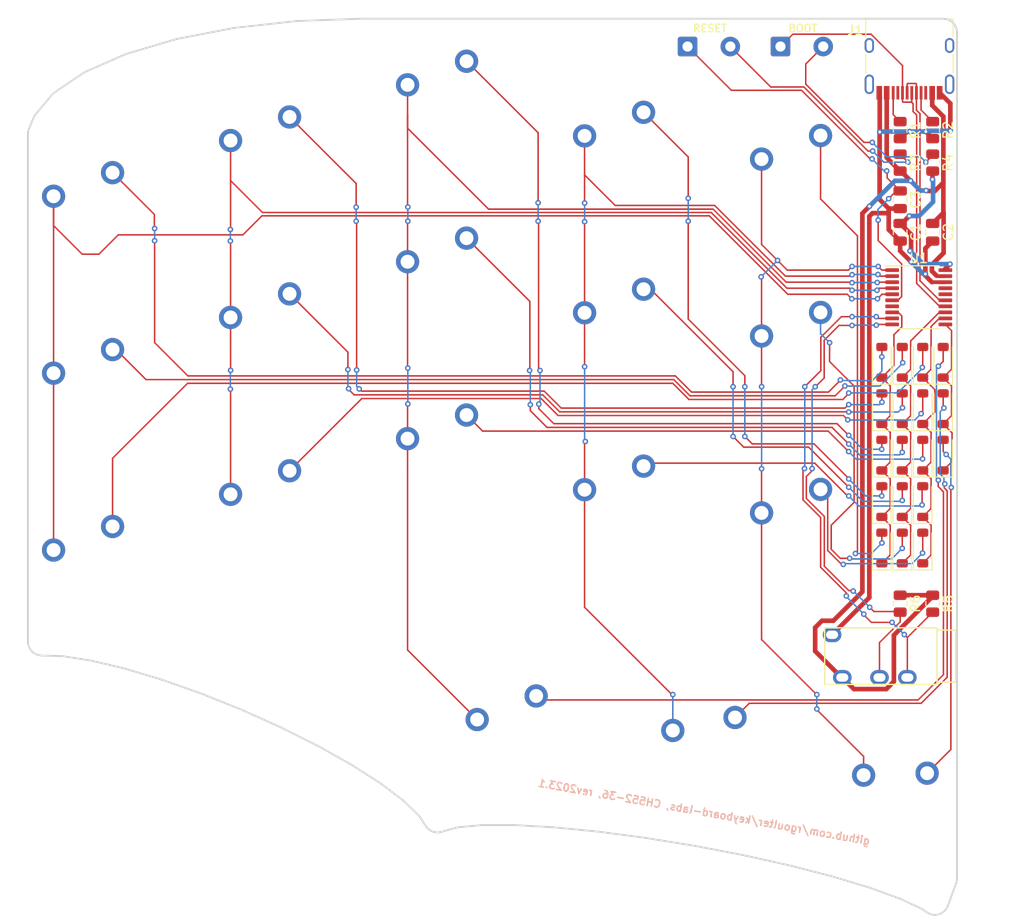
<source format=kicad_pcb>
(kicad_pcb (version 20221018) (generator pcbnew)
  (title_block (title "CH552-36") (date "2023-12-16") (rev "2023.1") (company "rgoulter/keyboard-labs") (comment 2 "SMT components") (comment 3 "Smaller than 100mm x 100mm") (comment 4 "Switch footprints for MX switches"))
  (layers (0 "F.Cu" signal) (31 "B.Cu" signal) (34 "B.Paste" user) (35 "F.Paste" user) (36 "B.SilkS" user "B.Silkscreen") (37 "F.SilkS" user "F.Silkscreen") (38 "B.Mask" user) (39 "F.Mask" user) (44 "Edge.Cuts" user))
  (net 0 "")
  (net 1 "/3V3")
  (net 2 "Net-(D_1_1-A)")
  (net 3 "/DOWNLOAD")
  (net 4 "/DM")
  (net 5 "Net-(D_1_2-A)")
  (net 6 "Net-(D_1_3-A)")
  (net 7 "Net-(D_1_4-A)")
  (net 8 "Net-(SW1-B)")
  (net 9 "Net-(SW2-B)")
  (net 10 "/ROW1")
  (net 11 "/ROW2")
  (net 12 "/ROW3")
  (net 13 "/ROW4")
  (net 14 "Net-(D_1_5-A)")
  (net 15 "Net-(D_2_1-A)")
  (net 16 "Net-(D_2_2-A)")
  (net 17 "Net-(D_2_3-A)")
  (net 18 "/COL1")
  (net 19 "/COL2")
  (net 20 "/COL3")
  (net 21 "/COL4")
  (net 22 "/COL5")
  (net 23 "Net-(D_2_4-A)")
  (net 24 "Net-(D_2_5-A)")
  (net 25 "Net-(D_3_1-A)")
  (net 26 "Net-(D_3_2-A)")
  (net 27 "Net-(D_3_3-A)")
  (net 28 "Net-(D_3_4-A)")
  (net 29 "Net-(D_3_5-A)")
  (net 30 "Net-(D_4_3-A)")
  (net 31 "Net-(D_4_4-A)")
  (net 32 "Net-(D_4_5-A)")
  (net 33 "Net-(J1-CC1)")
  (net 35 "Net-(J1-CC2)")
  (net 36 "/GND")
  (net 38 "/LHS_RX_RHS_TX")
  (net 41 "/5V")
  (net 42 "/RESET")
  (net 45 "/LHS_TX_RHS_RX")
  (footprint "Connector_USB:USB_C_Receptacle_HRO_TYPE-C-31-M-12" (layer "F.Cu") (at 194.8818 53.937 180)
    (fp_text reference "J1")
    (fp_text value "USB Type-C Receptacle 12-pin")
  )
  (footprint "Resistor_SMD:R_0805_2012Metric" (layer "F.Cu") (at 193.8818 62 -90)
    (fp_text reference "R1")
    (fp_text value "5.1k")
  )
  (footprint "Resistor_SMD:R_0805_2012Metric" (layer "F.Cu") (at 197.3818 62 -90)
    (fp_text reference "R2")
    (fp_text value "5.1k")
  )
  (footprint "MountingHole:MountingHole_2.2mm_M2_DIN965" (layer "F.Cu") (at 116.099 100.2378)
    (fp_text reference "H2" hide)
    (fp_text value "M2 mounting hole")
  )
  (footprint "MountingHole:MountingHole_2.2mm_M2_DIN965" (layer "F.Cu") (at 173.249 74.6878)
    (fp_text reference "H3" hide)
    (fp_text value "M2 mounting hole")
  )
  (footprint "MountingHole:MountingHole_2.2mm_M2_DIN965" (layer "F.Cu") (at 173.249 96.2378)
    (fp_text reference "H4" hide)
    (fp_text value "M2 mounting hole")
  )
  (footprint "MountingHole:MountingHole_2.2mm_M2_DIN965" (layer "F.Cu") (at 182.691304 132.483531)
    (fp_text reference "H5" hide)
    (fp_text value "M2 mounting hole")
  )
  (footprint "MountingHole:MountingHole_2.2mm_M2_DIN965" (layer "F.Cu") (at 116.099 75.1878)
    (fp_text reference "H1" hide)
    (fp_text value "M2 mounting hole")
  )
  (footprint "Diode_SMD:D_SOD-123" (layer "F.Cu") (at 198.51 87 90)
    (fp_text reference "D_4_3" hide)
    (fp_text value "1N4148")
  )
  (footprint "ProjectLocal:SW_Cherry_MX_PCB_1.00u_BSilkRef" (layer "F.Cu") (at 182.774 67.6628)
    (fp_text reference "SW_1_5" hide)
    (fp_text value "MX-compatible")
  )
  (footprint "Diode_SMD:D_SOD-123" (layer "F.Cu") (at 196.31 87 90)
    (fp_text reference "D_3_1" hide)
    (fp_text value "1N4148")
  )
  (footprint "ProjectLocal:SW_Cherry_MX_PCB_1.00u_BSilkRef" (layer "F.Cu") (at 163.724 65.1628)
    (fp_text reference "SW_1_4" hide)
    (fp_text value "MX-compatible")
  )
  (footprint "Capacitor_SMD:C_0805_2012Metric" (layer "F.Cu") (at 193.8818 73 -90)
    (fp_text reference "C1")
    (fp_text value "100n")
  )
  (footprint "ProjectLocal:SW_Cherry_MX_PCB_1.00u_BSilkRef" (layer "F.Cu") (at 182.774 86.7128)
    (fp_text reference "SW_2_5" hide)
    (fp_text value "MX-compatible")
  )
  (footprint "Diode_SMD:D_SOD-123" (layer "F.Cu") (at 194.11 97 90)
    (fp_text reference "D_2_3" hide)
    (fp_text value "1N4148")
  )
  (footprint "ProjectLocal:SW_Cherry_MX_PCB_1.00u_BSilkRef" (layer "F.Cu") (at 144.674 78.7128)
    (fp_text reference "SW_2_3" hide)
    (fp_text value "MX-compatible")
  )
  (footprint "Resistor_SMD:R_0805_2012Metric" (layer "F.Cu") (at 197.3818 65.5 -90)
    (fp_text reference "R4")
    (fp_text value "10K")
  )
  (footprint "Resistor_SMD:R_0805_2012Metric" (layer "F.Cu") (at 197.3818 113 -90)
    (fp_text reference "R5")
    (fp_text value "2.2k - 10k")
  )
  (footprint "ProjectLocal:SW_Cherry_MX_PCB_1.00u_BSilkRef" (layer "F.Cu") (at 125.624 65.6628)
    (fp_text reference "SW_1_2" hide)
    (fp_text value "MX-compatible")
  )
  (footprint "ProjectLocal:SW_Cherry_MX_PCB_1.00u_BSilkRef" (layer "F.Cu") (at 106.574 109.7628)
    (fp_text reference "SW_3_1" hide)
    (fp_text value "MX-compatible")
  )
  (footprint "Diode_SMD:D_SOD-123" (layer "F.Cu") (at 191.91 107 90)
    (fp_text reference "D_1_5" hide)
    (fp_text value "1N4148")
  )
  (footprint "Diode_SMD:D_SOD-123" (layer "F.Cu") (at 196.31 102 90)
    (fp_text reference "D_3_4" hide)
    (fp_text value "1N4148")
  )
  (footprint "ProjectLocal:SW_Cherry_MX_PCB_1.00u_BSilkRef" (layer "F.Cu") (at 163.724 84.2128)
    (fp_text reference "SW_2_4" hide)
    (fp_text value "MX-compatible")
  )
  (footprint "Connector_Wire:SolderWire-0.5sqmm_1x02_P4.6mm_D0.9mm_OD2.1mm" (layer "F.Cu") (at 181 53)
    (fp_text reference "SW2" hide)
    (fp_text value "SW_SPST")
  )
  (footprint "Diode_SMD:D_SOD-123" (layer "F.Cu") (at 194.11 87 90)
    (fp_text reference "D_2_1" hide)
    (fp_text value "1N4148")
  )
  (footprint "Diode_SMD:D_SOD-123" (layer "F.Cu") (at 191.91 97 90)
    (fp_text reference "D_1_3" hide)
    (fp_text value "1N4148")
  )
  (footprint "Package_SO:TSSOP-20_4.4x6.5mm_P0.65mm" (layer "F.Cu") (at 195.8818 80)
    (fp_text reference "U1")
    (fp_text value "CH552T")
  )
  (footprint "ProjectLocal:SW_Cherry_MX_PCB_1.00u_BSilkRef" (layer "F.Cu") (at 144.674 59.6628)
    (fp_text reference "SW_1_3" hide)
    (fp_text value "MX-compatible")
  )
  (footprint "ProjectLocal:SW_Cherry_MX_PCB_1.00u_BSilkRef" (layer "F.Cu") (at 125.624 84.7128)
    (fp_text reference "SW_2_2" hide)
    (fp_text value "MX-compatible")
  )
  (footprint "ProjectLocal:SW_Cherry_MX_PCB_1.00u_BSilkRef" (layer "F.Cu") (at 106.574 90.7128)
    (fp_text reference "SW_2_1" hide)
    (fp_text value "MX-compatible")
  )
  (footprint "Diode_SMD:D_SOD-123" (layer "F.Cu") (at 196.31 97 90)
    (fp_text reference "D_3_3" hide)
    (fp_text value "1N4148")
  )
  (footprint "ProjectLocal:SW_Cherry_MX_PCB_1.00u_BSilkRef" (layer "F.Cu") (at 192.658608 135.154262 -20)
    (fp_text reference "SW_4_5" hide)
    (fp_text value "MX-compatible")
  )
  (footprint "Diode_SMD:D_SOD-123" (layer "F.Cu") (at 194.11 102 90)
    (fp_text reference "D_2_4" hide)
    (fp_text value "1N4148")
  )
  (footprint "Diode_SMD:D_SOD-123" (layer "F.Cu") (at 191.91 92 90)
    (fp_text reference "D_1_2" hide)
    (fp_text value "1N4148")
  )
  (footprint "ProjectLocal:SW_Cherry_MX_PCB_1.00u_BSilkRef" (layer "F.Cu") (at 125.624 103.7628)
    (fp_text reference "SW_3_2" hide)
    (fp_text value "MX-compatible")
  )
  (footprint "Diode_SMD:D_SOD-123" (layer "F.Cu") (at 198.51 92 90)
    (fp_text reference "D_4_4" hide)
    (fp_text value "1N4148")
  )
  (footprint "ProjectLocal:SW_Cherry_MX_PCB_1.00u_BSilkRef" (layer "F.Cu") (at 144.674 97.7628)
    (fp_text reference "SW_3_3" hide)
    (fp_text value "MX-compatible")
  )
  (footprint "ProjectLocal:SW_Cherry_MX_PCB_1.00u_BSilkRef" (layer "F.Cu") (at 163.724 103.2628)
    (fp_text reference "SW_3_4" hide)
    (fp_text value "MX-compatible")
  )
  (footprint "ProjectLocal:SW_Cherry_MX_PCB_1.00u_BSilkRef" (layer "F.Cu") (at 172.724 129.8128 -10)
    (fp_text reference "SW_4_4" hide)
    (fp_text value "MX-compatible")
  )
  (footprint "Capacitor_SMD:C_0805_2012Metric" (layer "F.Cu") (at 193.8818 69.5 -90)
    (fp_text reference "C3")
    (fp_text value "100n")
  )
  (footprint "Resistor_SMD:R_0805_2012Metric" (layer "F.Cu") (at 193.8818 65.5 -90)
    (fp_text reference "R3")
    (fp_text value "330R")
  )
  (footprint "Diode_SMD:D_SOD-123" (layer "F.Cu") (at 194.11 107 90)
    (fp_text reference "D_2_5" hide)
    (fp_text value "1N4148")
  )
  (footprint "Diode_SMD:D_SOD-123" (layer "F.Cu") (at 196.31 107 90)
    (fp_text reference "D_3_5" hide)
    (fp_text value "1N4148")
  )
  (footprint "Capacitor_SMD:C_0805_2012Metric" (layer "F.Cu") (at 197.3818 73 -90)
    (fp_text reference "C2")
    (fp_text value "100n")
  )
  (footprint "Diode_SMD:D_SOD-123" (layer "F.Cu") (at 196.31 92 90)
    (fp_text reference "D_3_2" hide)
    (fp_text value "1N4148")
  )
  (footprint "ProjectLocal:SW_Cherry_MX_PCB_1.00u_BSilkRef" (layer "F.Cu") (at 182.774 105.7628)
    (fp_text reference "SW_3_5" hide)
    (fp_text value "MX-compatible")
  )
  (footprint "Resistor_SMD:R_0805_2012Metric" (layer "F.Cu") (at 193.8818 113 -90)
    (fp_text reference "R6")
    (fp_text value "2.2k - 10k")
  )
  (footprint "Connector_Wire:SolderWire-0.5sqmm_1x02_P4.6mm_D0.9mm_OD2.1mm" (layer "F.Cu") (at 171 53)
    (fp_text reference "SW1" hide)
    (fp_text value "SW_SPST")
  )
  (footprint "Diode_SMD:D_SOD-123" (layer "F.Cu") (at 194.11 92 90)
    (fp_text reference "D_2_2" hide)
    (fp_text value "1N4148")
  )
  (footprint "ProjectLocal:SW_Cherry_MX_PCB_1.00u_BSilkRef" (layer "F.Cu") (at 152.164708 128.014094)
    (fp_text reference "SW_4_3" hide)
    (fp_text value "MX-compatible")
  )
  (footprint "Diode_SMD:D_SOD-123" (layer "F.Cu") (at 191.91 87 90)
    (fp_text reference "D_1_1" hide)
    (fp_text value "1N4148")
  )
  (footprint "Diode_SMD:D_SOD-123" (layer "F.Cu") (at 191.91 102 90)
    (fp_text reference "D_1_4" hide)
    (fp_text value "1N4148")
  )
  (footprint "Diode_SMD:D_SOD-123" (layer "F.Cu") (at 198.51 97 90)
    (fp_text reference "D_4_5" hide)
    (fp_text value "1N4148")
  )
  (footprint "ProjectLocal:SW_Cherry_MX_PCB_1.00u_BSilkRef" (layer "F.Cu") (at 106.574 71.6628)
    (fp_text reference "SW_1_1" hide)
    (fp_text value "MX-compatible")
  )
  (footprint "Keebio-Parts:TRRS-PJ-320A" (layer "F.Cu") (at 197.8554 118.6434 -90)
    (fp_text reference "J2")
    (fp_text value "PJ-320A")
  )
  (gr_line (start 176.9533 140.0659) (end 176.976 140.0706) (stroke (width 0.2)) (layer "Edge.Cuts"))
  (gr_line (start 110.4573 53.84581) (end 106.1907 55.72318) (stroke (width 0.2)) (layer "Edge.Cuts"))
  (gr_line (start 190.661 143.5984) (end 193.872 144.7704) (stroke (width 0.2)) (layer "Edge.Cuts"))
  (gr_line (start 156.5155 137.0707) (end 156.5474 137.0732) (stroke (width 0.2)) (layer "Edge.Cuts"))
  (gr_line (start 197.6773 146.5072) (end 197.9684 146.4657) (stroke (width 0.2)) (layer "Edge.Cuts"))
  (gr_line (start 199.8858 50.92598) (end 199.7472 50.666641) (stroke (width 0.2)) (layer "Edge.Cuts"))
  (gr_line (start 144.3461 137.6132) (end 144.6293 137.534) (stroke (width 0.2)) (layer "Edge.Cuts"))
  (gr_line (start 103.67014 118.6445) (end 103.76224 118.6529) (stroke (width 0.2)) (layer "Edge.Cuts"))
  (gr_line (start 200 142.5686) (end 200 51.5) (stroke (width 0.2)) (layer "Edge.Cuts"))
  (gr_line (start 136.0267 50) (end 135.9734 50.000946) (stroke (width 0.2)) (layer "Edge.Cuts"))
  (gr_line (start 131.2426 128.3281) (end 131.2753 128.3455) (stroke (width 0.2)) (layer "Edge.Cuts"))
  (gr_line (start 199.3334 50.252792) (end 199.074 50.114182) (stroke (width 0.2)) (layer "Edge.Cuts"))
  (gr_line (start 106.78899 119.1215) (end 110.329 119.9581) (stroke (width 0.2)) (layer "Edge.Cuts"))
  (gr_line (start 129.0318 50.247833) (end 128.9218 50.255814) (stroke (width 0.2)) (layer "Edge.Cuts"))
  (gr_line (start 196.3417 145.9439) (end 196.7384 146.228) (stroke (width 0.2)) (layer "Edge.Cuts"))
  (gr_line (start 122.2842 50.982895) (end 122.1633 51.00116) (stroke (width 0.2)) (layer "Edge.Cuts"))
  (gr_line (start 142.0963 135.8421) (end 142.2045 135.9752) (stroke (width 0.2)) (layer "Edge.Cuts"))
  (gr_line (start 127.2114 126.3088) (end 127.2406 126.3227) (stroke (width 0.2)) (layer "Edge.Cuts"))
  (gr_line (start 166.4088 138.2066) (end 171.6841 139.0591) (stroke (width 0.2)) (layer "Edge.Cuts"))
  (gr_line (start 122.9678 124.4038) (end 127.2114 126.3088) (stroke (width 0.2)) (layer "Edge.Cuts"))
  (gr_line (start 146.3129 137.0745) (end 148.8342 136.844) (stroke (width 0.2)) (layer "Edge.Cuts"))
  (gr_line (start 137.9781 132.3605) (end 138.0264 132.3943) (stroke (width 0.2)) (layer "Edge.Cuts"))
  (gr_line (start 100.629883 118.301) (end 100.884964 118.4473) (stroke (width 0.2)) (layer "Edge.Cuts"))
  (gr_line (start 161.265 137.5319) (end 161.2903 137.5348) (stroke (width 0.2)) (layer "Edge.Cuts"))
  (gr_line (start 198.5 50) (end 136.0267 50) (stroke (width 0.2)) (layer "Edge.Cuts"))
  (gr_line (start 142.2045 135.9752) (end 142.8211 136.9423) (stroke (width 0.2)) (layer "Edge.Cuts"))
  (gr_line (start 100 117.0791) (end 100.020767 117.3279) (stroke (width 0.2)) (layer "Edge.Cuts"))
  (gr_line (start 131.2753 128.3455) (end 134.8786 130.3721) (stroke (width 0.2)) (layer "Edge.Cuts"))
  (gr_line (start 100.113693 61.8627) (end 100.028824 62.1429) (stroke (width 0.2)) (layer "Edge.Cuts"))
  (gr_line (start 114.3675 121.1651) (end 118.5912 122.6512) (stroke (width 0.2)) (layer "Edge.Cuts"))
  (gr_line (start 193.9347 144.7965) (end 196.225 145.8754) (stroke (width 0.2)) (layer "Edge.Cuts"))
  (gr_line (start 100.741531 60.4188) (end 100.603134 60.6782) (stroke (width 0.2)) (layer "Edge.Cuts"))
  (gr_line (start 138.0264 132.3943) (end 140.4175 134.2122) (stroke (width 0.2)) (layer "Edge.Cuts"))
  (gr_line (start 142.8211 136.9423) (end 143.0022 137.173) (stroke (width 0.2)) (layer "Edge.Cuts"))
  (gr_line (start 101.45534 118.5785) (end 103.67014 118.6445) (stroke (width 0.2)) (layer "Edge.Cuts"))
  (gr_line (start 181.9932 141.1853) (end 182.018 141.1912) (stroke (width 0.2)) (layer "Edge.Cuts"))
  (gr_line (start 100.840897 60.2862) (end 100.741531 60.4188) (stroke (width 0.2)) (layer "Edge.Cuts"))
  (gr_line (start 143.2253 137.3645) (end 143.4815 137.5088) (stroke (width 0.2)) (layer "Edge.Cuts"))
  (gr_line (start 176.976 140.0706) (end 181.9932 141.1853) (stroke (width 0.2)) (layer "Edge.Cuts"))
  (gr_line (start 144.6293 137.534) (end 144.6446 137.5281) (stroke (width 0.2)) (layer "Edge.Cuts"))
  (gr_line (start 182.018 141.1912) (end 186.6086 142.3738) (stroke (width 0.2)) (layer "Edge.Cuts"))
  (gr_line (start 100 62.4355) (end 100 117.0791) (stroke (width 0.2)) (layer "Edge.Cuts"))
  (gr_line (start 186.6383 142.3821) (end 190.621 143.5851) (stroke (width 0.2)) (layer "Edge.Cuts"))
  (gr_line (start 143.4815 137.5088) (end 143.761 137.6003) (stroke (width 0.2)) (layer "Edge.Cuts"))
  (gr_line (start 156.5474 137.0732) (end 161.265 137.5319) (stroke (width 0.2)) (layer "Edge.Cuts"))
  (gr_line (start 105.95511 55.85321) (end 102.9142 57.90762) (stroke (width 0.2)) (layer "Edge.Cuts"))
  (gr_line (start 198.4989 146.2183) (end 198.7178 146.022) (stroke (width 0.2)) (layer "Edge.Cuts"))
  (gr_line (start 152.3198 136.8379) (end 152.3626 136.8391) (stroke (width 0.2)) (layer "Edge.Cuts"))
  (gr_line (start 100.020767 117.3279) (end 100.097702 117.6117) (stroke (width 0.2)) (layer "Edge.Cuts"))
  (gr_line (start 200 51.5) (end 199.9712 51.20737) (stroke (width 0.2)) (layer "Edge.Cuts"))
  (gr_line (start 118.621 122.6624) (end 122.9392 124.3917) (stroke (width 0.2)) (layer "Edge.Cuts"))
  (gr_line (start 199.9095 143.0816) (end 199.9712 142.8612) (stroke (width 0.2)) (layer "Edge.Cuts"))
  (gr_line (start 199.7472 50.666641) (end 199.5607 50.439346) (stroke (width 0.2)) (layer "Edge.Cuts"))
  (gr_line (start 134.8786 130.3721) (end 134.9168 130.395) (stroke (width 0.2)) (layer "Edge.Cuts"))
  (gr_line (start 197.0989 146.4182) (end 197.3837 146.4912) (stroke (width 0.2)) (layer "Edge.Cuts"))
  (gr_line (start 152.3626 136.8391) (end 156.5155 137.0707) (stroke (width 0.2)) (layer "Edge.Cuts"))
  (gr_line (start 198.7926 50.028824) (end 198.5 50) (stroke (width 0.2)) (layer "Edge.Cuts"))
  (gr_line (start 122.9392 124.3917) (end 122.9678 124.4038) (stroke (width 0.2)) (layer "Edge.Cuts"))
  (gr_line (start 101.1637 118.541) (end 101.45534 118.5785) (stroke (width 0.2)) (layer "Edge.Cuts"))
  (gr_line (start 171.705 139.0628) (end 176.9533 140.0659) (stroke (width 0.2)) (layer "Edge.Cuts"))
  (gr_line (start 197.3837 146.4912) (end 197.6773 146.5072) (stroke (width 0.2)) (layer "Edge.Cuts"))
  (gr_line (start 122.1633 51.00116) (end 116.0713 52.17702) (stroke (width 0.2)) (layer "Edge.Cuts"))
  (gr_line (start 100.228531 117.875) (end 100.408234 118.1078) (stroke (width 0.2)) (layer "Edge.Cuts"))
  (gr_line (start 100.097702 117.6117) (end 100.228531 117.875) (stroke (width 0.2)) (layer "Edge.Cuts"))
  (gr_line (start 128.9218 50.255814) (end 122.2842 50.982895) (stroke (width 0.2)) (layer "Edge.Cuts"))
  (gr_line (start 127.2406 126.3227) (end 131.2426 128.3281) (stroke (width 0.2)) (layer "Edge.Cuts"))
  (gr_line (start 197.9684 146.4657) (end 198.2458 146.3681) (stroke (width 0.2)) (layer "Edge.Cuts"))
  (gr_line (start 143.761 137.6003) (end 144.0529 137.6356) (stroke (width 0.2)) (layer "Edge.Cuts"))
  (gr_line (start 116.0713 52.17702) (end 115.9294 52.21165) (stroke (width 0.2)) (layer "Edge.Cuts"))
  (gr_line (start 199.5607 50.439346) (end 199.3334 50.252792) (stroke (width 0.2)) (layer "Edge.Cuts"))
  (gr_line (start 148.8342 136.844) (end 148.9017 136.8409) (stroke (width 0.2)) (layer "Edge.Cuts"))
  (gr_line (start 135.9734 50.000946) (end 129.0318 50.247833) (stroke (width 0.2)) (layer "Edge.Cuts"))
  (gr_line (start 148.9017 136.8409) (end 152.3198 136.8379) (stroke (width 0.2)) (layer "Edge.Cuts"))
  (gr_line (start 199.0214 145.5217) (end 199.9095 143.0816) (stroke (width 0.2)) (layer "Edge.Cuts"))
  (gr_line (start 198.7178 146.022) (end 198.8943 145.7868) (stroke (width 0.2)) (layer "Edge.Cuts"))
  (gr_line (start 143.0022 137.173) (end 143.2253 137.3645) (stroke (width 0.2)) (layer "Edge.Cuts"))
  (gr_line (start 198.8943 145.7868) (end 199.0214 145.5217) (stroke (width 0.2)) (layer "Edge.Cuts"))
  (gr_line (start 102.60538 58.18575) (end 100.840897 60.2862) (stroke (width 0.2)) (layer "Edge.Cuts"))
  (gr_line (start 134.9168 130.395) (end 137.9781 132.3605) (stroke (width 0.2)) (layer "Edge.Cuts"))
  (gr_line (start 100.028824 62.1429) (end 100 62.4355) (stroke (width 0.2)) (layer "Edge.Cuts"))
  (gr_line (start 118.5912 122.6512) (end 118.621 122.6624) (stroke (width 0.2)) (layer "Edge.Cuts"))
  (gr_line (start 146.1796 137.099) (end 146.3129 137.0745) (stroke (width 0.2)) (layer "Edge.Cuts"))
  (gr_line (start 144.6446 137.5281) (end 146.1796 137.099) (stroke (width 0.2)) (layer "Edge.Cuts"))
  (gr_line (start 106.73047 119.11) (end 106.78899 119.1215) (stroke (width 0.2)) (layer "Edge.Cuts"))
  (gr_line (start 102.9142 57.90762) (end 102.60538 58.18575) (stroke (width 0.2)) (layer "Edge.Cuts"))
  (gr_line (start 193.872 144.7704) (end 193.9347 144.7965) (stroke (width 0.2)) (layer "Edge.Cuts"))
  (gr_line (start 199.9712 142.8612) (end 200 142.5686) (stroke (width 0.2)) (layer "Edge.Cuts"))
  (gr_line (start 114.3334 121.154) (end 114.3675 121.1651) (stroke (width 0.2)) (layer "Edge.Cuts"))
  (gr_line (start 166.3867 138.2034) (end 166.4088 138.2066) (stroke (width 0.2)) (layer "Edge.Cuts"))
  (gr_line (start 110.329 119.9581) (end 110.372 119.9696) (stroke (width 0.2)) (layer "Edge.Cuts"))
  (gr_line (start 171.6841 139.0591) (end 171.705 139.0628) (stroke (width 0.2)) (layer "Edge.Cuts"))
  (gr_line (start 199.074 50.114182) (end 198.7926 50.028824) (stroke (width 0.2)) (layer "Edge.Cuts"))
  (gr_line (start 198.2458 146.3681) (end 198.4989 146.2183) (stroke (width 0.2)) (layer "Edge.Cuts"))
  (gr_line (start 186.6086 142.3738) (end 186.6383 142.3821) (stroke (width 0.2)) (layer "Edge.Cuts"))
  (gr_line (start 103.76224 118.6529) (end 106.73047 119.11) (stroke (width 0.2)) (layer "Edge.Cuts"))
  (gr_line (start 196.7384 146.228) (end 197.0989 146.4182) (stroke (width 0.2)) (layer "Edge.Cuts"))
  (gr_line (start 190.621 143.5851) (end 190.661 143.5984) (stroke (width 0.2)) (layer "Edge.Cuts"))
  (gr_line (start 100.408234 118.1078) (end 100.629883 118.301) (stroke (width 0.2)) (layer "Edge.Cuts"))
  (gr_line (start 106.1907 55.72318) (end 105.95511 55.85321) (stroke (width 0.2)) (layer "Edge.Cuts"))
  (gr_line (start 100.603134 60.6782) (end 100.113693 61.8627) (stroke (width 0.2)) (layer "Edge.Cuts"))
  (gr_line (start 110.372 119.9696) (end 114.3334 121.154) (stroke (width 0.2)) (layer "Edge.Cuts"))
  (gr_line (start 161.2903 137.5348) (end 166.3867 138.2034) (stroke (width 0.2)) (layer "Edge.Cuts"))
  (gr_line (start 140.4873 134.2723) (end 142.0963 135.8421) (stroke (width 0.2)) (layer "Edge.Cuts"))
  (gr_line (start 110.6352 53.78061) (end 110.4573 53.84581) (stroke (width 0.2)) (layer "Edge.Cuts"))
  (gr_line (start 196.225 145.8754) (end 196.3417 145.9439) (stroke (width 0.2)) (layer "Edge.Cuts"))
  (gr_line (start 144.0529 137.6356) (end 144.3461 137.6132) (stroke (width 0.2)) (layer "Edge.Cuts"))
  (gr_line (start 100.884964 118.4473) (end 101.1637 118.541) (stroke (width 0.2)) (layer "Edge.Cuts"))
  (gr_line (start 199.9712 51.20737) (end 199.8858 50.92598) (stroke (width 0.2)) (layer "Edge.Cuts"))
  (gr_line (start 115.9294 52.21165) (end 110.6352 53.78061) (stroke (width 0.2)) (layer "Edge.Cuts"))
  (gr_line (start 140.4175 134.2122) (end 140.4873 134.2723) (stroke (width 0.2)) (layer "Edge.Cuts"))
  (gr_text "github.com/rgoulter/keyboard-labs, ${TITLE}, rev${REVISION}" (at 172.7708 135.4328 350) (layer "B.SilkS") (effects (font (size 0.8 0.8) (thickness 0.16)) (justify mirror)))
  (gr_text "BOOT" (at 183.4 51.5) (layer "F.SilkS") (effects (font (size 0.8 0.8)) (justify bottom)))
  (gr_text "RESET" (at 173.4 51.5) (layer "F.SilkS") (effects (font (size 0.8 0.8)) (justify bottom)))
  (segment (start 195.0568 73.225) (end 193.8818 72.05) (width 0.5) (layer "F.Cu") (net 1))
  (segment (start 197.358 67.31) (end 197.358 66.4363) (width 0.5) (layer "F.Cu") (net 1))
  (segment (start 195.0568 74.8944) (end 195.0568 73.225) (width 0.5) (layer "F.Cu") (net 1))
  (segment (start 198.7443 76.9219) (end 199.2376 76.4286) (width 0.5) (layer "F.Cu") (net 1))
  (segment (start 194.945 75.0062) (end 195.0568 74.8944) (width 0.5) (layer "F.Cu") (net 1))
  (segment (start 198.7443 77.075) (end 198.7443 76.9219) (width 0.4) (layer "F.Cu") (net 1))
  (segment (start 194.867061 71.248985) (end 194.066046 72.05) (width 0.5) (layer "F.Cu") (net 1))
  (via (at 194.867061 71.248985) (size 0.6) (drill 0.3) (layers "F.Cu" "B.Cu") (net 1))
  (via (at 197.358 67.31) (size 0.6) (drill 0.3) (layers "F.Cu" "B.Cu") (net 1))
  (via (at 199.2376 76.4286) (size 0.6) (drill 0.3) (layers "F.Cu" "B.Cu") (net 1))
  (via (at 194.945 75.0062) (size 0.6) (drill 0.3) (layers "F.Cu" "B.Cu") (net 1))
  (segment (start 197.4222 67.3742) (end 197.358 67.31) (width 0.5) (layer "B.Cu") (net 1))
  (segment (start 197.4222 69.7353) (end 197.4222 67.3742) (width 0.5) (layer "B.Cu") (net 1))
  (segment (start 195.908515 71.248985) (end 197.4222 69.7353) (width 0.5) (layer "B.Cu") (net 1))
  (segment (start 196.3674 76.4286) (end 199.2376 76.4286) (width 0.5) (layer "B.Cu") (net 1))
  (segment (start 194.945 75.0062) (end 196.3674 76.4286) (width 0.5) (layer "B.Cu") (net 1))
  (segment (start 194.867061 71.248985) (end 195.908515 71.248985) (width 0.5) (layer "B.Cu") (net 1))
  (segment (start 171.424601 90.2082) (end 169.6816 88.4652) (width 0.16) (layer "F.Cu") (net 2))
  (segment (start 187.448631 88.928769) (end 186.1692 90.2082) (width 0.16) (layer "F.Cu") (net 2))
  (segment (start 113.6396 84.8868) (end 113.6396 73.914) (width 0.16) (layer "F.Cu") (net 2))
  (segment (start 187.448631 88.903369) (end 187.448631 88.928769) (width 0.16) (layer "F.Cu") (net 2))
  (segment (start 113.6142 71.083) (end 109.114 66.5828) (width 0.16) (layer "F.Cu") (net 2))
  (segment (start 169.6816 88.4652) (end 117.218 88.4652) (width 0.16) (layer "F.Cu") (net 2))
  (segment (start 117.218 88.4652) (end 113.6396 84.8868) (width 0.16) (layer "F.Cu") (net 2))
  (segment (start 113.6142 72.5678) (end 113.6142 71.083) (width 0.16) (layer "F.Cu") (net 2))
  (segment (start 113.6396 72.5932) (end 113.6142 72.5678) (width 0.16) (layer "F.Cu") (net 2))
  (segment (start 191.91 86.4108) (end 191.91 85.35) (width 0.16) (layer "F.Cu") (net 2))
  (segment (start 186.1692 90.2082) (end 171.424601 90.2082) (width 0.16) (layer "F.Cu") (net 2))
  (via (at 187.448631 88.903369) (size 0.6) (drill 0.3) (layers "F.Cu" "B.Cu") (net 2))
  (via (at 113.6396 72.5932) (size 0.6) (drill 0.3) (layers "F.Cu" "B.Cu") (net 2))
  (via (at 113.6396 73.914) (size 0.6) (drill 0.3) (layers "F.Cu" "B.Cu") (net 2))
  (via (at 191.91 86.4108) (size 0.6) (drill 0.3) (layers "F.Cu" "B.Cu") (net 2))
  (segment (start 113.6396 73.914) (end 113.6396 72.5932) (width 0.16) (layer "B.Cu") (net 2))
  (segment (start 191.91 87.9472) (end 191.91 86.4108) (width 0.16) (layer "B.Cu") (net 2))
  (segment (start 188.334342 88.968418) (end 188.342124 88.9762) (width 0.16) (layer "B.Cu") (net 2))
  (segment (start 187.448631 88.903369) (end 187.51368 88.968418) (width 0.16) (layer "B.Cu") (net 2))
  (segment (start 187.51368 88.968418) (end 188.334342 88.968418) (width 0.16) (layer "B.Cu") (net 2))
  (segment (start 188.342124 88.9762) (end 190.881 88.9762) (width 0.16) (layer "B.Cu") (net 2))
  (segment (start 190.881 88.9762) (end 191.91 87.9472) (width 0.16) (layer "B.Cu") (net 2))
  (segment (start 194.1318 55.053913) (end 194.1318 57.982) (width 0.16) (layer "F.Cu") (net 3))
  (segment (start 194.1318 57.982) (end 194.1318 58.917) (width 0.16) (layer "F.Cu") (net 3))
  (segment (start 195.1318 58.917) (end 195.1318 57.982) (width 0.16) (layer "F.Cu") (net 3))
  (segment (start 195.6562 78.511801) (end 195.6562 60.380132) (width 0.16) (layer "F.Cu") (net 3))
  (segment (start 195.2718 59.995732) (end 195.2718 59.1532) (width 0.16) (layer "F.Cu") (net 3))
  (segment (start 182.33 51.67) (end 190.747887 51.67) (width 0.16) (layer "F.Cu") (net 3))
  (segment (start 190.747887 51.67) (end 194.1318 55.053913) (width 0.16) (layer "F.Cu") (net 3))
  (segment (start 194.2018 58.987) (end 195.0618 58.987) (width 0.16) (layer "F.Cu") (net 3))
  (segment (start 181 53) (end 182.33 51.67) (width 0.16) (layer "F.Cu") (net 3))
  (segment (start 195.2718 59.1532) (end 195.0837 58.9651) (width 0.16) (layer "F.Cu") (net 3))
  (segment (start 198.119399 80.975) (end 195.6562 78.511801) (width 0.16) (layer "F.Cu") (net 3))
  (segment (start 195.6562 60.380132) (end 195.2718 59.995732) (width 0.16) (layer "F.Cu") (net 3))
  (segment (start 195.0618 58.987) (end 195.0837 58.9651) (width 0.16) (layer "F.Cu") (net 3))
  (segment (start 194.1318 58.917) (end 194.2018 58.987) (width 0.16) (layer "F.Cu") (net 3))
  (segment (start 195.0837 58.9651) (end 195.1318 58.917) (width 0.16) (layer "F.Cu") (net 3))
  (segment (start 194.6318 57.047) (end 194.7018 56.977) (width 0.16) (layer "F.Cu") (net 4))
  (segment (start 195.6318 57.047) (end 195.6318 57.982) (width 0.16) (layer "F.Cu") (net 4))
  (segment (start 195.5618 56.977) (end 195.6318 57.047) (width 0.16) (layer "F.Cu") (net 4))
  (segment (start 194.6318 57.982) (end 194.6318 57.047) (width 0.16) (layer "F.Cu") (net 4))
  (segment (start 194.7018 56.977) (end 195.5618 56.977) (width 0.16) (layer "F.Cu") (net 4))
  (segment (start 196.0162 78.221801) (end 198.119399 80.325) (width 0.16) (layer "F.Cu") (net 4))
  (segment (start 196.0162 60.231015) (end 196.0162 78.221801) (width 0.16) (layer "F.Cu") (net 4))
  (segment (start 195.6318 57.982) (end 195.6318 59.846616) (width 0.16) (layer "F.Cu") (net 4))
  (segment (start 195.6318 59.846616) (end 196.0162 60.231015) (width 0.16) (layer "F.Cu") (net 4))
  (segment (start 187.943456 91.9354) (end 157.400001 91.9354) (width 0.16) (layer "F.Cu") (net 5))
  (segment (start 155.570701 90.1061) (end 135.9023 90.1061) (width 0.16) (layer "F.Cu") (net 5))
  (segment (start 135.382 71.8607) (end 135.382 87.8332) (width 0.16) (layer "F.Cu") (net 5))
  (segment (start 191.91 90.35) (end 191.91 91.2853) (width 0.16) (layer "F.Cu") (net 5))
  (segment (start 135.9023 90.1061) (end 135.6614 89.8652) (width 0.16) (layer "F.Cu") (net 5))
  (segment (start 157.400001 91.9354) (end 155.570701 90.1061) (width 0.16) (layer "F.Cu") (net 5))
  (segment (start 135.3312 67.75) (end 128.164 60.5828) (width 0.16) (layer "F.Cu") (net 5))
  (segment (start 188.323959 91.554897) (end 187.943456 91.9354) (width 0.16) (layer "F.Cu") (net 5))
  (segment (start 188.3447 91.554897) (end 188.323959 91.554897) (width 0.16) (layer "F.Cu") (net 5))
  (segment (start 135.3312 71.8099) (end 135.382 71.8607) (width 0.16) (layer "F.Cu") (net 5))
  (segment (start 135.3312 70.2909) (end 135.3312 67.75) (width 0.16) (layer "F.Cu") (net 5))
  (segment (start 191.91 91.2853) (end 191.9224 91.2977) (width 0.16) (layer "F.Cu") (net 5))
  (via (at 135.3312 70.2909) (size 0.6) (drill 0.3) (layers "F.Cu" "B.Cu") (net 5))
  (via (at 135.382 87.8332) (size 0.6) (drill 0.3) (layers "F.Cu" "B.Cu") (net 5))
  (via (at 188.3447 91.554897) (size 0.6) (drill 0.3) (layers "F.Cu" "B.Cu") (net 5))
  (via (at 191.9224 91.2977) (size 0.6) (drill 0.3) (layers "F.Cu" "B.Cu") (net 5))
  (via (at 135.6614 89.8652) (size 0.6) (drill 0.3) (layers "F.Cu" "B.Cu") (net 5))
  (via (at 135.3312 71.8099) (size 0.6) (drill 0.3) (layers "F.Cu" "B.Cu") (net 5))
  (segment (start 188.3447 91.554897) (end 188.356803 91.567) (width 0.16) (layer "B.Cu") (net 5))
  (segment (start 135.382 87.8332) (end 135.382 89.5858) (width 0.16) (layer "B.Cu") (net 5))
  (segment (start 135.382 89.5858) (end 135.6614 89.8652) (width 0.16) (layer "B.Cu") (net 5))
  (segment (start 188.356803 91.567) (end 191.6531 91.567) (width 0.16) (layer "B.Cu") (net 5))
  (segment (start 135.3312 70.2909) (end 135.3312 71.8099) (width 0.16) (layer "B.Cu") (net 5))
  (segment (start 191.6531 91.567) (end 191.9224 91.2977) (width 0.16) (layer "B.Cu") (net 5))
  (segment (start 154.9654 87.7333) (end 155.1178 87.8857) (width 0.16) (layer "F.Cu") (net 6))
  (segment (start 154.9908 91.9988) (end 154.9908 91.5061) (width 0.16) (layer "F.Cu") (net 6))
  (segment (start 191.91 96.3546) (end 191.897 96.3676) (width 0.16) (layer "F.Cu") (net 6))
  (segment (start 154.9146 69.8246) (end 154.9146 62.2834) (width 0.16) (layer "F.Cu") (net 6))
  (segment (start 154.9654 71.8607) (end 154.9654 87.7333) (width 0.16) (layer "F.Cu") (net 6))
  (segment (start 154.9146 71.8099) (end 154.9654 71.8607) (width 0.16) (layer "F.Cu") (net 6))
  (segment (start 188.3447 94.869) (end 187.0875 93.6118) (width 0.16) (layer "F.Cu") (net 6))
  (segment (start 191.91 95.35) (end 191.91 96.3546) (width 0.16) (layer "F.Cu") (net 6))
  (segment (start 156.6038 93.6118) (end 154.9908 91.9988) (width 0.16) (layer "F.Cu") (net 6))
  (segment (start 187.0875 93.6118) (end 156.6038 93.6118) (width 0.16) (layer "F.Cu") (net 6))
  (segment (start 154.9146 62.2834) (end 147.214 54.5828) (width 0.16) (layer "F.Cu") (net 6))
  (via (at 154.9146 71.8099) (size 0.6) (drill 0.3) (layers "F.Cu" "B.Cu") (net 6))
  (via (at 154.9908 91.5061) (size 0.6) (drill 0.3) (layers "F.Cu" "B.Cu") (net 6))
  (via (at 191.897 96.3676) (size 0.6) (drill 0.3) (layers "F.Cu" "B.Cu") (net 6))
  (via (at 188.3447 94.869) (size 0.6) (drill 0.3) (layers "F.Cu" "B.Cu") (net 6))
  (via (at 154.9146 69.8246) (size 0.6) (drill 0.3) (layers "F.Cu" "B.Cu") (net 6))
  (via (at 155.1178 87.8857) (size 0.6) (drill 0.3) (layers "F.Cu" "B.Cu") (net 6))
  (segment (start 155.1178 87.8857) (end 155.1178 91.3791) (width 0.16) (layer "B.Cu") (net 6))
  (segment (start 188.3447 94.869) (end 189.8433 96.3676) (width 0.16) (layer "B.Cu") (net 6))
  (segment (start 189.8433 96.3676) (end 191.897 96.3676) (width 0.16) (layer "B.Cu") (net 6))
  (segment (start 155.1178 91.3791) (end 154.9908 91.5061) (width 0.16) (layer "B.Cu") (net 6))
  (segment (start 154.9146 69.8246) (end 154.9146 71.8099) (width 0.16) (layer "B.Cu") (net 6))
  (segment (start 171.069 71.8099) (end 171.069 82.3468) (width 0.16) (layer "F.Cu") (net 7))
  (segment (start 177.9571 95.7834) (end 184.6072 95.7834) (width 0.16) (layer "F.Cu") (net 7))
  (segment (start 177.165 88.4428) (end 177.165 89.6287) (width 0.16) (layer "F.Cu") (net 7))
  (segment (start 191.91 101.3789) (end 191.91 100.35) (width 0.16) (layer "F.Cu") (net 7))
  (segment (start 171.069 64.8878) (end 166.264 60.0828) (width 0.16) (layer "F.Cu") (net 7))
  (segment (start 191.897 101.3919) (end 191.91 101.3789) (width 0.16) (layer "F.Cu") (net 7))
  (segment (start 177.165 94.9913) (end 177.9571 95.7834) (width 0.16) (layer "F.Cu") (net 7))
  (segment (start 188.3447 99.5209) (end 188.3447 99.568) (width 0.16) (layer "F.Cu") (net 7))
  (segment (start 171.069 69.342) (end 171.069 64.8878) (width 0.16) (layer "F.Cu") (net 7))
  (segment (start 171.069 82.3468) (end 177.165 88.4428) (width 0.16) (layer "F.Cu") (net 7))
  (segment (start 184.6072 95.7834) (end 188.3447 99.5209) (width 0.16) (layer "F.Cu") (net 7))
  (via (at 188.3447 99.568) (size 0.6) (drill 0.3) (layers "F.Cu" "B.Cu") (net 7))
  (via (at 177.165 89.6287) (size 0.6) (drill 0.3) (layers "F.Cu" "B.Cu") (net 7))
  (via (at 191.897 101.3919) (size 0.6) (drill 0.3) (layers "F.Cu" "B.Cu") (net 7))
  (via (at 171.069 71.8099) (size 0.6) (drill 0.3) (layers "F.Cu" "B.Cu") (net 7))
  (via (at 177.165 94.9913) (size 0.6) (drill 0.3) (layers "F.Cu" "B.Cu") (net 7))
  (via (at 171.069 69.342) (size 0.6) (drill 0.3) (layers "F.Cu" "B.Cu") (net 7))
  (segment (start 177.165 89.6287) (end 177.165 94.9913) (width 0.16) (layer "B.Cu") (net 7))
  (segment (start 190.1686 101.3919) (end 191.897 101.3919) (width 0.16) (layer "B.Cu") (net 7))
  (segment (start 188.3447 99.568) (end 190.1686 101.3919) (width 0.16) (layer "B.Cu") (net 7))
  (segment (start 171.069 71.8099) (end 171.069 69.342) (width 0.16) (layer "B.Cu") (net 7))
  (segment (start 190.9198 64.252669) (end 190.414469 64.252669) (width 0.16) (layer "F.Cu") (net 8))
  (segment (start 179.9532 57.3532) (end 175.6 53) (width 0.16) (layer "F.Cu") (net 8))
  (segment (start 190.414469 64.252669) (end 183.515 57.3532) (width 0.16) (layer "F.Cu") (net 8))
  (segment (start 183.515 57.3532) (end 179.9532 57.3532) (width 0.16) (layer "F.Cu") (net 8))
  (segment (start 193.8818 64.6212) (end 194.7164 65.4558) (width 0.16) (layer "F.Cu") (net 8))
  (via (at 194.7164 65.4558) (size 0.6) (drill 0.3) (layers "F.Cu" "B.Cu") (net 8))
  (via (at 190.9198 64.252669) (size 0.6) (drill 0.3) (layers "F.Cu" "B.Cu") (net 8))
  (segment (start 192.122931 65.4558) (end 194.7164 65.4558) (width 0.16) (layer "B.Cu") (net 8))
  (segment (start 190.9198 64.252669) (end 192.122931 65.4558) (width 0.16) (layer "B.Cu") (net 8))
  (segment (start 190.881 63.3222) (end 189.993116 63.3222) (width 0.16) (layer "F.Cu") (net 9))
  (segment (start 183.7182 54.8818) (end 185.6 53) (width 0.16) (layer "F.Cu") (net 9))
  (segment (start 189.993116 63.3222) (end 183.7182 57.047284) (width 0.16) (layer "F.Cu") (net 9))
  (segment (start 183.7182 57.047284) (end 183.7182 54.8818) (width 0.16) (layer "F.Cu") (net 9))
  (segment (start 197.3818 64.718806) (end 196.641677 65.458929) (width 0.16) (layer "F.Cu") (net 9))
  (via (at 196.641677 65.458929) (size 0.6) (drill 0.3) (layers "F.Cu" "B.Cu") (net 9))
  (via (at 190.881 63.3222) (size 0.6) (drill 0.3) (layers "F.Cu" "B.Cu") (net 9))
  (segment (start 190.881 63.3222) (end 192.4346 64.8758) (width 0.16) (layer "B.Cu") (net 9))
  (segment (start 196.058548 64.8758) (end 196.641677 65.458929) (width 0.16) (layer "B.Cu") (net 9))
  (segment (start 192.4346 64.8758) (end 196.058548 64.8758) (width 0.16) (layer "B.Cu") (net 9))
  (segment (start 194.0568 82.009315) (end 193.672485 81.625) (width 0.16) (layer "F.Cu") (net 10))
  (segment (start 194.0568 83.190685) (end 194.0568 82.009315) (width 0.16) (layer "F.Cu") (net 10))
  (segment (start 192.81 97.75) (end 192.81 94.55) (width 0.16) (layer "F.Cu") (net 10))
  (segment (start 193.21 84.037484) (end 194.0568 83.190685) (width 0.16) (layer "F.Cu") (net 10))
  (segment (start 192.81 89.55) (end 191.91 88.65) (width 0.16) (layer "F.Cu") (net 10))
  (segment (start 192.81 102.75) (end 192.81 99.55) (width 0.16) (layer "F.Cu") (net 10))
  (segment (start 192.81 94.55) (end 191.91 93.65) (width 0.16) (layer "F.Cu") (net 10))
  (segment (start 193.21 87.35) (end 193.21 84.037484) (width 0.16) (layer "F.Cu") (net 10))
  (segment (start 191.91 88.65) (end 193.21 87.35) (width 0.16) (layer "F.Cu") (net 10))
  (segment (start 191.91 93.65) (end 192.81 92.75) (width 0.16) (layer "F.Cu") (net 10))
  (segment (start 191.91 103.65) (end 192.81 102.75) (width 0.16) (layer "F.Cu") (net 10))
  (segment (start 192.81 92.75) (end 192.81 89.55) (width 0.16) (layer "F.Cu") (net 10))
  (segment (start 192.81 104.55) (end 191.91 103.65) (width 0.16) (layer "F.Cu") (net 10))
  (segment (start 191.91 98.65) (end 192.81 97.75) (width 0.16) (layer "F.Cu") (net 10))
  (segment (start 191.91 108.65) (end 192.81 107.75) (width 0.16) (layer "F.Cu") (net 10))
  (segment (start 192.81 99.55) (end 191.91 98.65) (width 0.16) (layer "F.Cu") (net 10))
  (segment (start 192.81 107.75) (end 192.81 104.55) (width 0.16) (layer "F.Cu") (net 10))
  (segment (start 194.11 103.65) (end 195.01 102.75) (width 0.16) (layer "F.Cu") (net 11))
  (segment (start 194.11 108.65) (end 195.01 107.75) (width 0.16) (layer "F.Cu") (net 11))
  (segment (start 195.01 107.75) (end 195.01 104.55) (width 0.16) (layer "F.Cu") (net 11))
  (segment (start 195.01 102.75) (end 195.01 99.55) (width 0.16) (layer "F.Cu") (net 11))
  (segment (start 194.11 98.65) (end 195.01 97.75) (width 0.16) (layer "F.Cu") (net 11))
  (segment (start 195.01 89.55) (end 194.11 88.65) (width 0.16) (layer "F.Cu") (net 11))
  (segment (start 195.01 94.55) (end 194.11 93.65) (width 0.16) (layer "F.Cu") (net 11))
  (segment (start 195.01 97.75) (end 195.01 94.55) (width 0.16) (layer "F.Cu") (net 11))
  (segment (start 195.01 104.55) (end 194.11 103.65) (width 0.16) (layer "F.Cu") (net 11))
  (segment (start 195.01 99.55) (end 194.11 98.65) (width 0.16) (layer "F.Cu") (net 11))
  (segment (start 195.01 84.706115) (end 198.091115 81.625) (width 0.16) (layer "F.Cu") (net 11))
  (segment (start 195.01 87.75) (end 195.01 84.706115) (width 0.16) (layer "F.Cu") (net 11))
  (segment (start 194.11 88.65) (end 195.01 87.75) (width 0.16) (layer "F.Cu") (net 11))
  (segment (start 195.01 92.75) (end 195.01 89.55) (width 0.16) (layer "F.Cu") (net 11))
  (segment (start 194.11 93.65) (end 195.01 92.75) (width 0.16) (layer "F.Cu") (net 11))
  (segment (start 197.61 92.35) (end 197.61 89.95) (width 0.16) (layer "F.Cu") (net 12))
  (segment (start 197.21 94.55) (end 196.31 93.65) (width 0.16) (layer "F.Cu") (net 12))
  (segment (start 196.31 98.65) (end 197.21 97.75) (width 0.16) (layer "F.Cu") (net 12))
  (segment (start 197.21 107.75) (end 197.21 104.55) (width 0.16) (layer "F.Cu") (net 12))
  (segment (start 196.31 108.65) (end 197.21 107.75) (width 0.16) (layer "F.Cu") (net 12))
  (segment (start 197.21 83.156115) (end 197.21 87.75) (width 0.16) (layer "F.Cu") (net 12))
  (segment (start 197.21 99.55) (end 196.31 98.65) (width 0.16) (layer "F.Cu") (net 12))
  (segment (start 197.21 97.75) (end 197.21 94.55) (width 0.16) (layer "F.Cu") (net 12))
  (segment (start 196.31 93.65) (end 197.61 92.35) (width 0.16) (layer "F.Cu") (net 12))
  (segment (start 197.61 89.95) (end 196.31 88.65) (width 0.16) (layer "F.Cu") (net 12))
  (segment (start 198.091115 82.275) (end 197.21 83.156115) (width 0.16) (layer "F.Cu") (net 12))
  (segment (start 197.21 104.55) (end 196.31 103.65) (width 0.16) (layer "F.Cu") (net 12))
  (segment (start 196.31 103.65) (end 197.21 102.75) (width 0.16) (layer "F.Cu") (net 12))
  (segment (start 197.21 87.75) (end 196.31 88.65) (width 0.16) (layer "F.Cu") (net 12))
  (segment (start 197.21 102.75) (end 197.21 99.55) (width 0.16) (layer "F.Cu") (net 12))
  (segment (start 198.51 93.65) (end 199.41 92.75) (width 0.16) (layer "F.Cu") (net 13))
  (segment (start 198.51 98.65) (end 199.4662 97.6938) (width 0.16) (layer "F.Cu") (net 13))
  (segment (start 199.41 87.75) (end 198.51 88.65) (width 0.16) (layer "F.Cu") (net 13))
  (segment (start 199.4662 97.6938) (end 199.4662 94.6062) (width 0.16) (layer "F.Cu") (net 13))
  (segment (start 198.7443 82.925) (end 199.41 83.5907) (width 0.16) (layer "F.Cu") (net 13))
  (segment (start 199.41 92.75) (end 199.41 89.55) (width 0.16) (layer "F.Cu") (net 13))
  (segment (start 199.4662 94.6062) (end 198.51 93.65) (width 0.16) (layer "F.Cu") (net 13))
  (segment (start 199.41 89.55) (end 198.51 88.65) (width 0.16) (layer "F.Cu") (net 13))
  (segment (start 199.41 83.5907) (end 199.41 87.75) (width 0.16) (layer "F.Cu") (net 13))
  (segment (start 189.2842 107.3796) (end 189.2842 73.384) (width 0.16) (layer "F.Cu") (net 14))
  (segment (start 189.2842 73.384) (end 185.314 69.4138) (width 0.16) (layer "F.Cu") (net 14))
  (segment (start 189.0647 107.5991) (end 189.2842 107.3796) (width 0.16) (layer "F.Cu") (net 14))
  (segment (start 191.91 105.35) (end 191.91 106.439) (width 0.16) (layer "F.Cu") (net 14))
  (segment (start 191.91 106.439) (end 191.9224 106.4514) (width 0.16) (layer "F.Cu") (net 14))
  (segment (start 185.314 69.4138) (end 185.314 62.5828) (width 0.16) (layer "F.Cu") (net 14))
  (via (at 191.9224 106.4514) (size 0.6) (drill 0.3) (layers "F.Cu" "B.Cu") (net 14))
  (via (at 189.0647 107.5991) (size 0.6) (drill 0.3) (layers "F.Cu" "B.Cu") (net 14))
  (segment (start 189.0647 107.5991) (end 190.7747 107.5991) (width 0.16) (layer "B.Cu") (net 14))
  (segment (start 190.7747 107.5991) (end 191.9224 106.4514) (width 0.16) (layer "B.Cu") (net 14))
  (segment (start 194.11 86.9982) (end 194.11 85.35) (width 0.16) (layer "F.Cu") (net 15))
  (segment (start 187.9346 89.5604) (end 186.8868 90.6082) (width 0.16) (layer "F.Cu") (net 15))
  (segment (start 194.1576 87.0458) (end 194.11 86.9982) (width 0.16) (layer "F.Cu") (net 15))
  (segment (start 187.9346 89.547918) (end 187.9346 89.5604) (width 0.16) (layer "F.Cu") (net 15))
  (segment (start 169.515915 88.8652) (end 112.7158 88.8652) (width 0.16) (layer "F.Cu") (net 15))
  (segment (start 171.258915 90.6082) (end 169.515915 88.8652) (width 0.16) (layer "F.Cu") (net 15))
  (segment (start 112.7158 88.8652) (end 109.4834 85.6328) (width 0.16) (layer "F.Cu") (net 15))
  (segment (start 186.8868 90.6082) (end 171.258915 90.6082) (width 0.16) (layer "F.Cu") (net 15))
  (via (at 194.1576 87.0458) (size 0.6) (drill 0.3) (layers "F.Cu" "B.Cu") (net 15))
  (via (at 187.9346 89.547918) (size 0.6) (drill 0.3) (layers "F.Cu" "B.Cu") (net 15))
  (segment (start 187.9346 89.547918) (end 187.947082 89.5604) (width 0.16) (layer "B.Cu") (net 15))
  (segment (start 194.1576 87.0966) (end 194.1576 87.0458) (width 0.16) (layer "B.Cu") (net 15))
  (segment (start 187.947082 89.5604) (end 191.6938 89.5604) (width 0.16) (layer "B.Cu") (net 15))
  (segment (start 191.6938 89.5604) (end 194.1576 87.0966) (width 0.16) (layer "B.Cu") (net 15))
  (segment (start 134.4422 85.911) (end 128.164 79.6328) (width 0.16) (layer "F.Cu") (net 16))
  (segment (start 134.5184 89.8447) (end 134.5184 89.916) (width 0.16) (layer "F.Cu") (net 16))
  (segment (start 134.4422 87.7824) (end 134.4422 85.911) (width 0.16) (layer "F.Cu") (net 16))
  (segment (start 135.1085 90.5061) (end 155.405015 90.5061) (width 0.16) (layer "F.Cu") (net 16))
  (segment (start 188.3257 92.3354) (end 188.3447 92.3544) (width 0.16) (layer "F.Cu") (net 16))
  (segment (start 194.11 90.35) (end 194.11 91.875) (width 0.16) (layer "F.Cu") (net 16))
  (segment (start 157.234315 92.3354) (end 188.3257 92.3354) (width 0.16) (layer "F.Cu") (net 16))
  (segment (start 155.405015 90.5061) (end 157.234315 92.3354) (width 0.16) (layer "F.Cu") (net 16))
  (segment (start 134.5184 89.916) (end 135.1085 90.5061) (width 0.16) (layer "F.Cu") (net 16))
  (segment (start 194.11 91.875) (end 194.1322 91.8972) (width 0.16) (layer "F.Cu") (net 16))
  (via (at 134.5184 89.8447) (size 0.6) (drill 0.3) (layers "F.Cu" "B.Cu") (net 16))
  (via (at 188.3447 92.3544) (size 0.6) (drill 0.3) (layers "F.Cu" "B.Cu") (net 16))
  (via (at 134.4422 87.7824) (size 0.6) (drill 0.3) (layers "F.Cu" "B.Cu") (net 16))
  (via (at 194.1322 91.8972) (size 0.6) (drill 0.3) (layers "F.Cu" "B.Cu") (net 16))
  (segment (start 188.3447 92.3544) (end 193.675 92.3544) (width 0.16) (layer "B.Cu") (net 16))
  (segment (start 193.675 92.3544) (end 194.1322 91.8972) (width 0.16) (layer "B.Cu") (net 16))
  (segment (start 134.4422 89.7685) (end 134.4422 87.7824) (width 0.16) (layer "B.Cu") (net 16))
  (segment (start 134.5184 89.8447) (end 134.4422 89.7685) (width 0.16) (layer "B.Cu") (net 16))
  (segment (start 154.0764 92.2173) (end 155.8709 94.0118) (width 0.16) (layer "F.Cu") (net 17))
  (segment (start 154.0256 87.8603) (end 154.0256 80.4444) (width 0.16) (layer "F.Cu") (net 17))
  (segment (start 154.0256 80.4444) (end 147.214 73.6328) (width 0.16) (layer "F.Cu") (net 17))
  (segment (start 194.11 96.6946) (end 194.1068 96.6978) (width 0.16) (layer "F.Cu") (net 17))
  (segment (start 194.11 95.35) (end 194.11 96.6946) (width 0.16) (layer "F.Cu") (net 17))
  (segment (start 186.550124 94.0118) (end 188.3447 95.806376) (width 0.16) (layer "F.Cu") (net 17))
  (segment (start 188.3447 95.806376) (end 188.3447 95.8088) (width 0.16) (layer "F.Cu") (net 17))
  (segment (start 154.0002 87.8857) (end 154.0256 87.8603) (width 0.16) (layer "F.Cu") (net 17))
  (segment (start 154.0764 91.567) (end 154.0764 92.2173) (width 0.16) (layer "F.Cu") (net 17))
  (segment (start 155.8709 94.0118) (end 186.550124 94.0118) (width 0.16) (layer "F.Cu") (net 17))
  (via (at 154.0764 91.567) (size 0.6) (drill 0.3) (layers "F.Cu" "B.Cu") (net 17))
  (via (at 194.1068 96.6978) (size 0.6) (drill 0.3) (layers "F.Cu" "B.Cu") (net 17))
  (via (at 154.0002 87.8857) (size 0.6) (drill 0.3) (layers "F.Cu" "B.Cu") (net 17))
  (via (at 188.3447 95.8088) (size 0.6) (drill 0.3) (layers "F.Cu" "B.Cu") (net 17))
  (segment (start 188.3447 95.8088) (end 189.5035 96.9676) (width 0.16) (layer "B.Cu") (net 17))
  (segment (start 193.837 96.9676) (end 194.1068 96.6978) (width 0.16) (layer "B.Cu") (net 17))
  (segment (start 154.0764 91.567) (end 154.0764 87.9619) (width 0.16) (layer "B.Cu") (net 17))
  (segment (start 154.0764 87.9619) (end 154.0002 87.8857) (width 0.16) (layer "B.Cu") (net 17))
  (segment (start 189.5035 96.9676) (end 193.837 96.9676) (width 0.16) (layer "B.Cu") (net 17))
  (segment (start 102.764 107.2228) (end 102.764 88.1728) (width 0.16) (layer "F.Cu") (net 18))
  (segment (start 102.764 72.284) (end 105.8418 75.3618) (width 0.16) (layer "F.Cu") (net 18))
  (segment (start 191.9224 79.6798) (end 191.4398 80.1624) (width 0.16) (layer "F.Cu") (net 18))
  (segment (start 105.8418 75.3618) (end 107.6452 75.3618) (width 0.16) (layer "F.Cu") (net 18))
  (segment (start 102.764 69.1228) (end 102.764 72.284) (width 0.16) (layer "F.Cu") (net 18))
  (segment (start 173.338399 71.2304) (end 181.782999 79.675) (width 0.16) (layer "F.Cu") (net 18))
  (segment (start 102.764 88.1728) (end 102.764 69.1228) (width 0.16) (layer "F.Cu") (net 18))
  (segment (start 193.0145 79.6798) (end 191.9224 79.6798) (width 0.16) (layer "F.Cu") (net 18))
  (segment (start 107.6452 75.3618) (end 109.728 73.279) (width 0.16) (layer "F.Cu") (net 18))
  (segment (start 181.782999 79.675) (end 188.1838 79.675) (width 0.16) (layer "F.Cu") (net 18))
  (segment (start 123.1392 73.279) (end 125.1878 71.2304) (width 0.16) (layer "F.Cu") (net 18))
  (segment (start 109.728 73.279) (end 123.1392 73.279) (width 0.16) (layer "F.Cu") (net 18))
  (segment (start 188.1838 79.675) (end 188.6712 80.1624) (width 0.16) (layer "F.Cu") (net 18))
  (segment (start 125.1878 71.2304) (end 173.338399 71.2304) (width 0.16) (layer "F.Cu") (net 18))
  (via (at 191.4398 80.1624) (size 0.6) (drill 0.3) (layers "F.Cu" "B.Cu") (net 18))
  (via (at 188.6712 80.1624) (size 0.6) (drill 0.3) (layers "F.Cu" "B.Cu") (net 18))
  (segment (start 191.4398 80.1624) (end 188.6712 80.1624) (width 0.16) (layer "B.Cu") (net 18))
  (segment (start 121.814 72.6785) (end 121.814 67.437) (width 0.16) (layer "F.Cu") (net 19))
  (segment (start 188.7047 79.248) (end 188.4817 79.025) (width 0.16) (layer "F.Cu") (net 19))
  (segment (start 125.2474 70.8704) (end 121.814 67.437) (width 0.16) (layer "F.Cu") (net 19))
  (segment (start 121.8184 87.8657) (end 121.814 87.8613) (width 0.16) (layer "F.Cu") (net 19))
  (segment (start 121.793 72.6995) (end 121.814 72.6785) (width 0.16) (layer "F.Cu") (net 19))
  (segment (start 193.0193 79.025) (end 191.612 79.025) (width 0.16) (layer "F.Cu") (net 19))
  (segment (start 188.4817 79.025) (end 181.698685 79.025) (width 0.16) (layer "F.Cu") (net 19))
  (segment (start 191.612 79.025) (end 191.389 79.248) (width 0.16) (layer "F.Cu") (net 19))
  (segment (start 173.544085 70.8704) (end 125.2474 70.8704) (width 0.16) (layer "F.Cu") (net 19))
  (segment (start 121.793 73.9394) (end 121.814 73.9604) (width 0.16) (layer "F.Cu") (net 19))
  (segment (start 181.698685 79.025) (end 173.544085 70.8704) (width 0.16) (layer "F.Cu") (net 19))
  (segment (start 121.814 89.9116) (end 121.793 89.8906) (width 0.16) (layer "F.Cu") (net 19))
  (segment (start 121.814 87.8613) (end 121.814 82.1728) (width 0.16) (layer "F.Cu") (net 19))
  (segment (start 121.814 73.9604) (end 121.814 82.1728) (width 0.16) (layer "F.Cu") (net 19))
  (segment (start 121.814 101.2228) (end 121.814 89.9116) (width 0.16) (layer "F.Cu") (net 19))
  (segment (start 121.814 67.437) (end 121.814 63.1228) (width 0.16) (layer "F.Cu") (net 19))
  (via (at 121.793 89.8906) (size 0.6) (drill 0.3) (layers "F.Cu" "B.Cu") (net 19))
  (via (at 121.793 73.9394) (size 0.6) (drill 0.3) (layers "F.Cu" "B.Cu") (net 19))
  (via (at 121.793 72.6995) (size 0.6) (drill 0.3) (layers "F.Cu" "B.Cu") (net 19))
  (via (at 191.389 79.248) (size 0.6) (drill 0.3) (layers "F.Cu" "B.Cu") (net 19))
  (via (at 121.8184 87.8657) (size 0.6) (drill 0.3) (layers "F.Cu" "B.Cu") (net 19))
  (via (at 188.7047 79.248) (size 0.6) (drill 0.3) (layers "F.Cu" "B.Cu") (net 19))
  (segment (start 121.793 87.8911) (end 121.8184 87.8657) (width 0.16) (layer "B.Cu") (net 19))
  (segment (start 121.793 72.6995) (end 121.793 73.9394) (width 0.16) (layer "B.Cu") (net 19))
  (segment (start 121.793 89.8906) (end 121.793 87.8911) (width 0.16) (layer "B.Cu") (net 19))
  (segment (start 191.389 79.248) (end 188.7047 79.248) (width 0.16) (layer "B.Cu") (net 19))
  (segment (start 188.6445 78.375) (end 188.7047 78.4352) (width 0.16) (layer "F.Cu") (net 20))
  (segment (start 140.8938 70.2818) (end 140.864 70.252) (width 0.16) (layer "F.Cu") (net 20))
  (segment (start 140.8938 71.8099) (end 140.864 71.8397) (width 0.16) (layer "F.Cu") (net 20))
  (segment (start 191.4492 78.375) (end 191.4144 78.4098) (width 0.16) (layer "F.Cu") (net 20))
  (segment (start 140.864 87.6002) (end 140.8938 87.63) (width 0.16) (layer "F.Cu") (net 20))
  (segment (start 140.864 70.252) (end 140.864 60.3758) (width 0.16) (layer "F.Cu") (net 20))
  (segment (start 193.0193 78.375) (end 191.4492 78.375) (width 0.16) (layer "F.Cu") (net 20))
  (segment (start 140.864 60.3758) (end 140.864 61.7938) (width 0.16) (layer "F.Cu") (net 20))
  (segment (start 140.864 76.1728) (end 140.864 87.6002) (width 0.16) (layer "F.Cu") (net 20))
  (segment (start 140.864 57.1228) (end 140.864 60.3758) (width 0.16) (layer "F.Cu") (net 20))
  (segment (start 140.864 71.8397) (end 140.864 76.1728) (width 0.16) (layer "F.Cu") (net 20))
  (segment (start 140.864 117.983386) (end 148.354708 125.474094) (width 0.16) (layer "F.Cu") (net 20))
  (segment (start 149.5806 70.5104) (end 173.749771 70.5104) (width 0.16) (layer "F.Cu") (net 20))
  (segment (start 140.864 61.7938) (end 149.5806 70.5104) (width 0.16) (layer "F.Cu") (net 20))
  (segment (start 181.614371 78.375) (end 188.6445 78.375) (width 0.16) (layer "F.Cu") (net 20))
  (segment (start 140.864 95.2228) (end 140.864 117.983386) (width 0.16) (layer "F.Cu") (net 20))
  (segment (start 140.8938 91.4856) (end 140.864 91.5154) (width 0.16) (layer "F.Cu") (net 20))
  (segment (start 173.749771 70.5104) (end 181.614371 78.375) (width 0.16) (layer "F.Cu") (net 20))
  (segment (start 140.864 91.5154) (end 140.864 95.2228) (width 0.16) (layer "F.Cu") (net 20))
  (via (at 191.4144 78.4098) (size 0.6) (drill 0.3) (layers "F.Cu" "B.Cu") (net 20))
  (via (at 140.8938 71.8099) (size 0.6) (drill 0.3) (layers "F.Cu" "B.Cu") (net 20))
  (via (at 140.8938 70.2818) (size 0.6) (drill 0.3) (layers "F.Cu" "B.Cu") (net 20))
  (via (at 140.8938 91.4856) (size 0.6) (drill 0.3) (layers "F.Cu" "B.Cu") (net 20))
  (via (at 188.7047 78.4352) (size 0.6) (drill 0.3) (layers "F.Cu" "B.Cu") (net 20))
  (via (at 140.8938 87.63) (size 0.6) (drill 0.3) (layers "F.Cu" "B.Cu") (net 20))
  (segment (start 140.8938 91.4856) (end 140.8938 87.63) (width 0.16) (layer "B.Cu") (net 20))
  (segment (start 140.8938 70.2818) (end 140.8938 71.8099) (width 0.16) (layer "B.Cu") (net 20))
  (segment (start 191.4144 78.4098) (end 188.7301 78.4098) (width 0.16) (layer "B.Cu") (net 20))
  (segment (start 188.7301 78.4098) (end 188.7047 78.4352) (width 0.16) (layer "B.Cu") (net 20))
  (segment (start 159.914 71.861) (end 159.914 81.6728) (width 0.16) (layer "F.Cu") (net 21))
  (segment (start 169.412949 122.7839) (end 169.3167 122.7839) (width 0.16) (layer "F.Cu") (net 21))
  (segment (start 159.914 66.8528) (end 159.914 62.6228) (width 0.16) (layer "F.Cu") (net 21))
  (segment (start 181.530057 77.725) (end 188.5513 77.725) (width 0.16) (layer "F.Cu") (net 21))
  (segment (start 159.9946 95.5294) (end 159.914 95.61) (width 0.16) (layer "F.Cu") (net 21))
  (segment (start 159.914 81.6728) (end 159.914 87.4732) (width 0.16) (layer "F.Cu") (net 21))
  (segment (start 193.0193 77.725) (end 191.6694 77.725) (width 0.16) (layer "F.Cu") (net 21))
  (segment (start 159.914 95.61) (end 159.914 100.7228) (width 0.16) (layer "F.Cu") (net 21))
  (segment (start 159.9184 71.8566) (end 159.914 71.861) (width 0.16) (layer "F.Cu") (net 21))
  (segment (start 159.914 69.8456) (end 159.9184 69.85) (width 0.16) (layer "F.Cu") (net 21))
  (segment (start 159.914 66.8528) (end 159.914 69.8456) (width 0.16) (layer "F.Cu") (net 21))
  (segment (start 169.3167 122.7839) (end 159.914 113.3812) (width 0.16) (layer "F.Cu") (net 21))
  (segment (start 159.9438 66.8528) (end 159.914 66.8528) (width 0.16) (layer "F.Cu") (net 21))
  (segment (start 159.914 113.3812) (end 159.914 100.7228) (width 0.16) (layer "F.Cu") (net 21))
  (segment (start 159.914 87.4732) (end 159.9184 87.4776) (width 0.16) (layer "F.Cu") (net 21))
  (segment (start 181.530057 77.725) (end 173.915457 70.1104) (width 0.16) (layer "F.Cu") (net 21))
  (segment (start 163.2014 70.1104) (end 159.9438 66.8528) (width 0.16) (layer "F.Cu") (net 21))
  (segment (start 191.6694 77.725) (end 191.4906 77.5462) (width 0.16) (layer "F.Cu") (net 21))
  (segment (start 173.915457 70.1104) (end 163.2014 70.1104) (width 0.16) (layer "F.Cu") (net 21))
  (segment (start 188.5513 77.725) (end 188.7047 77.5716) (width 0.16) (layer "F.Cu") (net 21))
  (via (at 169.412949 122.7839) (size 0.6) (drill 0.3) (layers "F.Cu" "B.Cu") (net 21))
  (via (at 188.7047 77.5716) (size 0.6) (drill 0.3) (layers "F.Cu" "B.Cu") (net 21))
  (via (at 191.4906 77.5462) (size 0.6) (drill 0.3) (layers "F.Cu" "B.Cu") (net 21))
  (via (at 159.9184 71.8566) (size 0.6) (drill 0.3) (layers "F.Cu" "B.Cu") (net 21))
  (via (at 159.9946 95.5294) (size 0.6) (drill 0.3) (layers "F.Cu" "B.Cu") (net 21))
  (via (at 159.9184 87.4776) (size 0.6) (drill 0.3) (layers "F.Cu" "B.Cu") (net 21))
  (via (at 159.9184 69.85) (size 0.6) (drill 0.3) (layers "F.Cu" "B.Cu") (net 21))
  (segment (start 191.4906 77.5462) (end 188.7301 77.5462) (width 0.16) (layer "B.Cu") (net 21))
  (segment (start 159.9184 69.85) (end 159.9184 71.8566) (width 0.16) (layer "B.Cu") (net 21))
  (segment (start 159.9184 95.4532) (end 159.9946 95.5294) (width 0.16) (layer "B.Cu") (net 21))
  (segment (start 159.9184 87.4776) (end 159.9184 95.4532) (width 0.16) (layer "B.Cu") (net 21))
  (segment (start 188.7301 77.5462) (end 188.7047 77.5716) (width 0.16) (layer "B.Cu") (net 21))
  (segment (start 169.412949 122.7839) (end 169.412949 126.649789) (width 0.16) (layer "B.Cu") (net 21))
  (segment (start 184.912 122.7839) (end 184.8869 122.7839) (width 0.16) (layer "F.Cu") (net 22))
  (segment (start 184.8869 122.7839) (end 178.964 116.861) (width 0.16) (layer "F.Cu") (net 22))
  (segment (start 180.685341 76.032461) (end 181.72788 77.075) (width 0.16) (layer "F.Cu") (net 22))
  (segment (start 193.0193 77.075) (end 191.9084 77.075) (width 0.16) (layer "F.Cu") (net 22))
  (segment (start 178.9684 98.4657) (end 178.964 98.4701) (width 0.16) (layer "F.Cu") (net 22))
  (segment (start 178.964 116.861) (end 178.964 103.2228) (width 0.16) (layer "F.Cu") (net 22))
  (segment (start 180.685341 76.032461) (end 178.964 74.31112) (width 0.16) (layer "F.Cu") (net 22))
  (segment (start 178.964 98.4701) (end 178.964 103.2228) (width 0.16) (layer "F.Cu") (net 22))
  (segment (start 191.9084 77.075) (end 191.516 76.6826) (width 0.16) (layer "F.Cu") (net 22))
  (segment (start 178.964 89.6243) (end 178.964 84.1728) (width 0.16) (layer "F.Cu") (net 22))
  (segment (start 181.72788 77.075) (end 188.3123 77.075) (width 0.16) (layer "F.Cu") (net 22))
  (segment (start 178.964 77.8466) (end 178.9176 77.8002) (width 0.16) (layer "F.Cu") (net 22))
  (segment (start 188.3123 77.075) (end 188.7047 76.6826) (width 0.16) (layer "F.Cu") (net 22))
  (segment (start 178.964 74.31112) (end 178.964 65.1228) (width 0.16) (layer "F.Cu") (net 22))
  (segment (start 184.912 124.4092) (end 189.94711 129.44431) (width 0.16) (layer "F.Cu") (net 22))
  (segment (start 184.912 124.333) (end 184.912 124.4092) (width 0.16) (layer "F.Cu") (net 22))
  (segment (start 178.964 84.1728) (end 178.964 77.8466) (width 0.16) (layer "F.Cu") (net 22))
  (segment (start 189.94711 129.44431) (end 189.94711 131.464346) (width 0.16) (layer "F.Cu") (net 22))
  (segment (start 178.9684 89.6287) (end 178.964 89.6243) (width 0.16) (layer "F.Cu") (net 22))
  (via (at 178.9684 98.4657) (size 0.6) (drill 0.3) (layers "F.Cu" "B.Cu") (net 22))
  (via (at 188.7047 76.6826) (size 0.6) (drill 0.3) (layers "F.Cu" "B.Cu") (net 22))
  (via (at 180.685341 76.032461) (size 0.6) (drill 0.3) (layers "F.Cu" "B.Cu") (net 22))
  (via (at 178.9684 89.6287) (size 0.6) (drill 0.3) (layers "F.Cu" "B.Cu") (net 22))
  (via (at 191.516 76.6826) (size 0.6) (drill 0.3) (layers "F.Cu" "B.Cu") (net 22))
  (via (at 178.9176 77.8002) (size 0.6) (drill 0.3) (layers "F.Cu" "B.Cu") (net 22))
  (via (at 184.912 124.333) (size 0.6) (drill 0.3) (layers "F.Cu" "B.Cu") (net 22))
  (via (at 184.912 122.7839) (size 0.6) (drill 0.3) (layers "F.Cu" "B.Cu") (net 22))
  (segment (start 178.9684 89.6287) (end 178.9684 98.4657) (width 0.16) (layer "B.Cu") (net 22))
  (segment (start 178.9176 77.8002) (end 180.685339 76.032461) (width 0.16) (layer "B.Cu") (net 22))
  (segment (start 180.685339 76.032461) (end 180.685341 76.032461) (width 0.16) (layer "B.Cu") (net 22))
  (segment (start 184.912 122.7839) (end 184.912 124.333) (width 0.16) (layer "B.Cu") (net 22))
  (segment (start 191.516 76.6826) (end 188.7047 76.6826) (width 0.16) (layer "B.Cu") (net 22))
  (segment (start 175.895 94.9913) (end 177.0471 96.1434) (width 0.16) (layer "F.Cu") (net 23))
  (segment (start 194.11 101.8762) (end 194.1068 101.8794) (width 0.16) (layer "F.Cu") (net 23))
  (segment (start 175.895 89.6287) (end 175.895 88.015522) (width 0.16) (layer "F.Cu") (net 23))
  (segment (start 184.0311 96.1434) (end 188.3447 100.457) (width 0.16) (layer "F.Cu") (net 23))
  (segment (start 177.0471 96.1434) (end 184.0311 96.1434) (width 0.16) (layer "F.Cu") (net 23))
  (segment (start 194.11 100.35) (end 194.11 101.8762) (width 0.16) (layer "F.Cu") (net 23))
  (segment (start 175.895 88.015522) (end 167.012278 79.1328) (width 0.16) (layer "F.Cu") (net 23))
  (via (at 188.3447 100.457) (size 0.6) (drill 0.3) (layers "F.Cu" "B.Cu") (net 23))
  (via (at 175.895 89.6287) (size 0.6) (drill 0.3) (layers "F.Cu" "B.Cu") (net 23))
  (via (at 194.1068 101.8794) (size 0.6) (drill 0.3) (layers "F.Cu" "B.Cu") (net 23))
  (via (at 175.895 94.9913) (size 0.6) (drill 0.3) (layers "F.Cu" "B.Cu") (net 23))
  (segment (start 175.895 89.6287) (end 175.895 94.9913) (width 0.16) (layer "B.Cu") (net 23))
  (segment (start 188.3447 100.457) (end 189.8591 101.9714) (width 0.16) (layer "B.Cu") (net 23))
  (segment (start 194.0148 101.9714) (end 194.1068 101.8794) (width 0.16) (layer "B.Cu") (net 23))
  (segment (start 189.8591 101.9714) (end 194.0148 101.9714) (width 0.16) (layer "B.Cu") (net 23))
  (segment (start 186.2833 86.9185) (end 188.9242 89.5594) (width 0.16) (layer "F.Cu") (net 24))
  (segment (start 188.9242 102.0836) (end 186.4614 104.5464) (width 0.16) (layer "F.Cu") (net 24))
  (segment (start 194.11 107.0324) (end 194.11 105.35) (width 0.16) (layer "F.Cu") (net 24))
  (segment (start 186.4614 107.136084) (end 187.432416 108.1071) (width 0.16) (layer "F.Cu") (net 24))
  (segment (start 187.432416 108.1071) (end 188.4426 108.1071) (width 0.16) (layer "F.Cu") (net 24))
  (segment (start 186.4614 104.5464) (end 186.4614 107.136084) (width 0.16) (layer "F.Cu") (net 24))
  (segment (start 188.9242 89.5594) (end 188.9242 102.0836) (width 0.16) (layer "F.Cu") (net 24))
  (segment (start 194.1068 107.0356) (end 194.11 107.0324) (width 0.16) (layer "F.Cu") (net 24))
  (segment (start 186.2833 84.890169) (end 186.2833 86.9185) (width 0.16) (layer "F.Cu") (net 24))
  (via (at 188.4426 108.1071) (size 0.6) (drill 0.3) (layers "F.Cu" "B.Cu") (net 24))
  (via (at 194.1068 107.0356) (size 0.6) (drill 0.3) (layers "F.Cu" "B.Cu") (net 24))
  (via (at 186.2833 84.890169) (size 0.6) (drill 0.3) (layers "F.Cu" "B.Cu") (net 24))
  (segment (start 188.4426 108.1071) (end 188.5141 108.1786) (width 0.16) (layer "B.Cu") (net 24))
  (segment (start 188.5141 108.1786) (end 192.9638 108.1786) (width 0.16) (layer "B.Cu") (net 24))
  (segment (start 192.9638 108.1786) (end 194.1068 107.0356) (width 0.16) (layer "B.Cu") (net 24))
  (segment (start 185.314 83.920869) (end 185.314 81.6328) (width 0.16) (layer "B.Cu") (net 24))
  (segment (start 186.2833 84.890169) (end 185.314 83.920869) (width 0.16) (layer "B.Cu") (net 24))
  (segment (start 188.3447 90.3695) (end 187.706 91.0082) (width 0.16) (layer "F.Cu") (net 25))
  (segment (start 117.186 89.2652) (end 109.114 97.3372) (width 0.16) (layer "F.Cu") (net 25))
  (segment (start 187.706 91.0082) (end 171.149799 91.0082) (width 0.16) (layer "F.Cu") (net 25))
  (segment (start 196.2658 87.5538) (end 196.31 87.5096) (width 0.16) (layer "F.Cu") (net 25))
  (segment (start 169.406799 89.2652) (end 117.186 89.2652) (width 0.16) (layer "F.Cu") (net 25))
  (segment (start 196.31 87.5096) (end 196.31 85.35) (width 0.16) (layer "F.Cu") (net 25))
  (segment (start 109.114 97.3372) (end 109.114 104.6828) (width 0.16) (layer "F.Cu") (net 25))
  (segment (start 188.3447 90.30763) (end 188.3447 90.3695) (width 0.16) (layer "F.Cu") (net 25))
  (segment (start 171.149799 91.0082) (end 169.406799 89.2652) (width 0.16) (layer "F.Cu") (net 25))
  (via (at 188.3447 90.30763) (size 0.6) (drill 0.3) (layers "F.Cu" "B.Cu") (net 25))
  (via (at 196.2658 87.5538) (size 0.6) (drill 0.3) (layers "F.Cu" "B.Cu") (net 25))
  (segment (start 193.6242 90.297) (end 196.2658 87.6554) (width 0.16) (layer "B.Cu") (net 25))
  (segment (start 188.3447 90.30763) (end 188.35533 90.297) (width 0.16) (layer "B.Cu") (net 25))
  (segment (start 188.35533 90.297) (end 193.6242 90.297) (width 0.16) (layer "B.Cu") (net 25))
  (segment (start 196.2658 87.6554) (end 196.2658 87.5538) (width 0.16) (layer "B.Cu") (net 25))
  (segment (start 187.779528 92.7354) (end 157.068629 92.7354) (width 0.16) (layer "F.Cu") (net 26))
  (segment (start 196.31 92.361) (end 196.1388 92.5322) (width 0.16) (layer "F.Cu") (net 26))
  (segment (start 135.9407 90.9061) (end 128.164 98.6828) (width 0.16) (layer "F.Cu") (net 26))
  (segment (start 157.068629 92.7354) (end 155.239329 90.9061) (width 0.16) (layer "F.Cu") (net 26))
  (segment (start 155.239329 90.9061) (end 135.9407 90.9061) (width 0.16) (layer "F.Cu") (net 26))
  (segment (start 188.238064 93.193936) (end 187.779528 92.7354) (width 0.16) (layer "F.Cu") (net 26))
  (segment (start 196.31 90.35) (end 196.31 92.361) (width 0.16) (layer "F.Cu") (net 26))
  (via (at 188.238064 93.193936) (size 0.6) (drill 0.3) (layers "F.Cu" "B.Cu") (net 26))
  (via (at 196.1388 92.5322) (size 0.6) (drill 0.3) (layers "F.Cu" "B.Cu") (net 26))
  (segment (start 188.238064 93.193936) (end 188.262128 93.218) (width 0.16) (layer "B.Cu") (net 26))
  (segment (start 195.453 93.218) (end 196.1388 92.5322) (width 0.16) (layer "B.Cu") (net 26))
  (segment (start 188.262128 93.218) (end 195.453 93.218) (width 0.16) (layer "B.Cu") (net 26))
  (segment (start 187.7647 96.0453) (end 186.1312 94.4118) (width 0.16) (layer "F.Cu") (net 27))
  (segment (start 148.943 94.4118) (end 147.214 92.6828) (width 0.16) (layer "F.Cu") (net 27))
  (segment (start 188.1082 96.3888) (end 188.104456 96.3888) (width 0.16) (layer "F.Cu") (net 27))
  (segment (start 196.31 97.3902) (end 196.31 95.35) (width 0.16) (layer "F.Cu") (net 27))
  (segment (start 188.334682 96.618321) (end 188.334682 96.615282) (width 0.16) (layer "F.Cu") (net 27))
  (segment (start 196.2912 97.409) (end 196.31 97.3902) (width 0.16) (layer "F.Cu") (net 27))
  (segment (start 188.334682 96.615282) (end 188.1082 96.3888) (width 0.16) (layer "F.Cu") (net 27))
  (segment (start 187.7647 96.049044) (end 187.7647 96.0453) (width 0.16) (layer "F.Cu") (net 27))
  (segment (start 186.1312 94.4118) (end 148.943 94.4118) (width 0.16) (layer "F.Cu") (net 27))
  (segment (start 188.104456 96.3888) (end 187.7647 96.049044) (width 0.16) (layer "F.Cu") (net 27))
  (via (at 188.334682 96.618321) (size 0.6) (drill 0.3) (layers "F.Cu" "B.Cu") (net 27))
  (via (at 196.2912 97.409) (size 0.6) (drill 0.3) (layers "F.Cu" "B.Cu") (net 27))
  (segment (start 196.2658 97.4344) (end 196.2912 97.409) (width 0.16) (layer "B.Cu") (net 27))
  (segment (start 188.334682 96.618321) (end 189.150761 97.4344) (width 0.16) (layer "B.Cu") (net 27))
  (segment (start 189.150761 97.4344) (end 196.2658 97.4344) (width 0.16) (layer "B.Cu") (net 27))
  (segment (start 196.2404 100.4196) (end 196.2404 102.362) (width 0.16) (layer "F.Cu") (net 28))
  (segment (start 188.3447 101.3968) (end 188.220032 101.3968) (width 0.16) (layer "F.Cu") (net 28))
  (segment (start 184.689432 97.8662) (end 166.5806 97.8662) (width 0.16) (layer "F.Cu") (net 28))
  (segment (start 188.220032 101.3968) (end 184.689432 97.8662) (width 0.16) (layer "F.Cu") (net 28))
  (via (at 188.3447 101.3968) (size 0.6) (drill 0.3) (layers "F.Cu" "B.Cu") (net 28))
  (via (at 196.2404 102.362) (size 0.6) (drill 0.3) (layers "F.Cu" "B.Cu") (net 28))
  (segment (start 189.4273 102.4794) (end 196.123 102.4794) (width 0.16) (layer "B.Cu") (net 28))
  (segment (start 196.123 102.4794) (end 196.2404 102.362) (width 0.16) (layer "B.Cu") (net 28))
  (segment (start 188.3447 101.3968) (end 189.4273 102.4794) (width 0.16) (layer "B.Cu") (net 28))
  (segment (start 186.0804 107.2642) (end 186.0804 101.4492) (width 0.16) (layer "F.Cu") (net 29))
  (segment (start 187.7568 108.7628) (end 187.579 108.7628) (width 0.16) (layer "F.Cu") (net 29))
  (segment (start 196.2912 107.5436) (end 196.31 107.5248) (width 0.16) (layer "F.Cu") (net 29))
  (segment (start 196.31 107.5248) (end 196.31 105.35) (width 0.16) (layer "F.Cu") (net 29))
  (segment (start 187.579 108.7628) (end 186.0804 107.2642) (width 0.16) (layer "F.Cu") (net 29))
  (via (at 196.2912 107.5436) (size 0.6) (drill 0.3) (layers "F.Cu" "B.Cu") (net 29))
  (via (at 187.7568 108.7628) (size 0.6) (drill 0.3) (layers "F.Cu" "B.Cu") (net 29))
  (segment (start 195.1482 108.6866) (end 196.2912 107.5436) (width 0.16) (layer "B.Cu") (net 29))
  (segment (start 187.833 108.6866) (end 195.1482 108.6866) (width 0.16) (layer "B.Cu") (net 29))
  (segment (start 187.7568 108.7628) (end 187.833 108.6866) (width 0.16) (layer "B.Cu") (net 29))
  (segment (start 198.444793 100.846409) (end 198.444793 100.8709) (width 0.16) (layer "F.Cu") (net 30))
  (segment (start 198.5392 100.965307) (end 198.5392 120.6372) (width 0.16) (layer "F.Cu") (net 30))
  (segment (start 195.813 123.3634) (end 155.134014 123.3634) (width 0.16) (layer "F.Cu") (net 30))
  (segment (start 198.444793 100.8709) (end 198.5392 100.965307) (width 0.16) (layer "F.Cu") (net 30))
  (segment (start 198.5392 120.6372) (end 195.813 123.3634) (width 0.16) (layer "F.Cu") (net 30))
  (segment (start 197.993 99.695) (end 197.9772 99.7108) (width 0.16) (layer "F.Cu") (net 30))
  (segment (start 198.51 86.9098) (end 197.993 87.4268) (width 0.16) (layer "F.Cu") (net 30))
  (segment (start 197.9772 99.7108) (end 197.9772 100.378816) (width 0.16) (layer "F.Cu") (net 30))
  (segment (start 197.9772 100.378816) (end 198.444793 100.846409) (width 0.16) (layer "F.Cu") (net 30))
  (segment (start 198.51 85.35) (end 198.51 86.9098) (width 0.16) (layer "F.Cu") (net 30))
  (via (at 197.993 87.4268) (size 0.6) (drill 0.3) (layers "F.Cu" "B.Cu") (net 30))
  (via (at 197.993 99.695) (size 0.6) (drill 0.3) (layers "F.Cu" "B.Cu") (net 30))
  (segment (start 197.7898 87.63) (end 197.7898 99.4918) (width 0.16) (layer "B.Cu") (net 30))
  (segment (start 197.7898 99.4918) (end 197.993 99.695) (width 0.16) (layer "B.Cu") (net 30))
  (segment (start 197.993 87.4268) (end 197.7898 87.63) (width 0.16) (layer "B.Cu") (net 30))
  (segment (start 177.635187 123.7234) (end 176.107544 125.251043) (width 0.16) (layer "F.Cu") (net 31))
  (segment (start 198.804793 100.697293) (end 198.804793 100.721783) (width 0.16) (layer "F.Cu") (net 31))
  (segment (start 198.804793 100.721783) (end 198.9392 100.85619) (width 0.16) (layer "F.Cu") (net 31))
  (segment (start 198.9392 100.85619) (end 198.9392 120.923) (width 0.16) (layer "F.Cu") (net 31))
  (segment (start 198.9392 120.923) (end 196.1388 123.7234) (width 0.16) (layer "F.Cu") (net 31))
  (segment (start 198.51 90.35) (end 198.51 91.8401) (width 0.16) (layer "F.Cu") (net 31))
  (segment (start 198.680783 100.102626) (end 198.628 100.155409) (width 0.16) (layer "F.Cu") (net 31))
  (segment (start 198.628 100.155409) (end 198.628 100.5205) (width 0.16) (layer "F.Cu") (net 31))
  (segment (start 198.628 100.5205) (end 198.804793 100.697293) (width 0.16) (layer "F.Cu") (net 31))
  (segment (start 198.51 91.8401) (end 198.5925 91.9226) (width 0.16) (layer "F.Cu") (net 31))
  (segment (start 196.1388 123.7234) (end 177.635187 123.7234) (width 0.16) (layer "F.Cu") (net 31))
  (via (at 198.5925 91.9226) (size 0.6) (drill 0.3) (layers "F.Cu" "B.Cu") (net 31))
  (via (at 198.680783 100.102626) (size 0.6) (drill 0.3) (layers "F.Cu" "B.Cu") (net 31))
  (segment (start 198.680783 100.102626) (end 198.593 100.014843) (width 0.16) (layer "B.Cu") (net 31))
  (segment (start 198.593 99.446471) (end 198.1898 99.043271) (width 0.16) (layer "B.Cu") (net 31))
  (segment (start 198.593 100.014843) (end 198.593 99.446471) (width 0.16) (layer "B.Cu") (net 31))
  (segment (start 198.1898 92.3253) (end 198.5925 91.9226) (width 0.16) (layer "B.Cu") (net 31))
  (segment (start 198.1898 99.043271) (end 198.1898 92.3253) (width 0.16) (layer "B.Cu") (net 31))
  (segment (start 199.3392 100.527132) (end 199.3392 128.693045) (width 0.16) (layer "F.Cu") (net 32))
  (segment (start 198.51 95.35) (end 198.51 96.6052) (width 0.16) (layer "F.Cu") (net 32))
  (segment (start 199.3392 128.693045) (end 196.78289 131.249355) (width 0.16) (layer "F.Cu") (net 32))
  (segment (start 198.51 96.6052) (end 198.8312 96.9264) (width 0.16) (layer "F.Cu") (net 32))
  (segment (start 199.384793 100.481539) (end 199.3392 100.527132) (width 0.16) (layer "F.Cu") (net 32))
  (via (at 199.384793 100.481539) (size 0.6) (drill 0.3) (layers "F.Cu" "B.Cu") (net 32))
  (via (at 198.8312 96.9264) (size 0.6) (drill 0.3) (layers "F.Cu" "B.Cu") (net 32))
  (segment (start 199.3392 97.4344) (end 198.8312 96.9264) (width 0.16) (layer "B.Cu") (net 32))
  (segment (start 199.3392 100.435946) (end 199.3392 97.4344) (width 0.16) (layer "B.Cu") (net 32))
  (segment (start 199.384793 100.481539) (end 199.3392 100.435946) (width 0.16) (layer "B.Cu") (net 32))
  (segment (start 196.1318 57.982) (end 196.1318 59.8375) (width 0.16) (layer "F.Cu") (net 33))
  (segment (start 196.1318 59.8375) (end 197.3818 61.0875) (width 0.16) (layer "F.Cu") (net 33))
  (segment (start 193.1318 60.3375) (end 193.8818 61.0875) (width 0.16) (layer "F.Cu") (net 35))
  (segment (start 193.1318 57.982) (end 193.1318 60.3375) (width 0.16) (layer "F.Cu") (net 35))
  (segment (start 192.6494 70.45) (end 193.8818 70.45) (width 0.5) (layer "F.Cu") (net 36))
  (segment (start 190.900261 70.9422) (end 190.9572 70.9422) (width 0.5) (layer "F.Cu") (net 36))
  (segment (start 196.5957 77.488418) (end 196.5957 77.6729) (width 0.5) (layer "F.Cu") (net 36))
  (segment (start 192.6494 70.9422) (end 192.6494 70.45) (width 0.5) (layer "F.Cu") (net 36))
  (segment (start 196.5957 77.6729) (end 197.2978 78.375) (width 0.5) (layer "F.Cu") (net 36))
  (segment (start 190.9572 70.9422) (end 192.6494 70.9422) (width 0.5) (layer "F.Cu") (net 36))
  (segment (start 197.3818 62.8935) (end 196.6421 62.1538) (width 0.5) (layer "F.Cu") (net 36))
  (segment (start 190.5628 71.279661) (end 190.900261 70.9422) (width 0.5) (layer "F.Cu") (net 36))
  (segment (start 191.6823 58.0325) (end 191.6318 57.982) (width 0.5) (layer "F.Cu") (net 36))
  (segment (start 196.5957 74.7361) (end 197.3818 73.95) (width 0.5) (layer "F.Cu") (net 36))
  (segment (start 191.6823 62.2046) (end 191.6693 62.2176) (width 0.5) (layer "F.Cu") (net 36))
  (segment (start 194.6405 62.1538) (end 193.8818 62.9125) (width 0.5) (layer "F.Cu") (net 36))
  (segment (start 198.1318 57.982) (end 199.2813 59.1315) (width 0.5) (layer "F.Cu") (net 36))
  (segment (start 199.2813 59.1315) (end 199.2813 62.0776) (width 0.5) (layer "F.Cu") (net 36))
  (segment (start 186.5554 116.3434) (end 190.5628 112.336) (width 0.5) (layer "F.Cu") (net 36))
  (segment (start 192.6494 70.45) (end 192.6494 72.7176) (width 0.5) (layer "F.Cu") (net 36))
  (segment (start 193.8818 75.002954) (end 193.8818 73.95) (width 0.5) (layer "F.Cu") (net 36))
  (segment (start 191.6693 69.4699) (end 192.6494 70.45) (width 0.5) (layer "F.Cu") (net 36))
  (segment (start 191.6693 62.2176) (end 191.6693 69.4699) (width 0.5) (layer "F.Cu") (net 36))
  (segment (start 192.6494 72.7176) (end 193.8818 73.95) (width 0.5) (layer "F.Cu") (net 36))
  (segment (start 191.6823 62.2046) (end 191.6823 58.0325) (width 0.5) (layer "F.Cu") (net 36))
  (segment (start 195.062873 76.184027) (end 193.8818 75.002954) (width 0.5) (layer "F.Cu") (net 36))
  (segment (start 194.9196 62.1538) (end 194.6405 62.1538) (width 0.5) (layer "F.Cu") (net 36))
  (segment (start 190.5628 112.336) (end 190.5628 71.279661) (width 0.5) (layer "F.Cu") (net 36))
  (segment (start 197.2978 78.375) (end 198.7443 78.375) (width 0.4) (layer "F.Cu") (net 36))
  (segment (start 196.5957 77.488418) (end 196.5957 74.7361) (width 0.5) (layer "F.Cu") (net 36))
  (via (at 194.9196 62.1538) (size 0.6) (drill 0.3) (layers "F.Cu" "B.Cu") (net 36))
  (via (at 195.062873 76.184027) (size 0.6) (drill 0.3) (layers "F.Cu" "B.Cu") (net 36))
  (via (at 196.5957 77.488418) (size 0.6) (drill 0.3) (layers "F.Cu" "B.Cu") (net 36))
  (via (at 199.2813 62.0776) (size 0.6) (drill 0.3) (layers "F.Cu" "B.Cu") (net 36))
  (via (at 191.6823 62.2046) (size 0.6) (drill 0.3) (layers "F.Cu" "B.Cu") (net 36))
  (via (at 196.6421 62.1538) (size 0.6) (drill 0.3) (layers "F.Cu" "B.Cu") (net 36))
  (segment (start 194.9196 62.1538) (end 191.7331 62.1538) (width 0.5) (layer "B.Cu") (net 36))
  (segment (start 196.367264 77.488418) (end 195.062873 76.184027) (width 0.5) (layer "B.Cu") (net 36))
  (segment (start 196.5957 77.488418) (end 196.367264 77.488418) (width 0.5) (layer "B.Cu") (net 36))
  (segment (start 196.7183 62.0776) (end 196.6421 62.1538) (width 0.5) (layer "B.Cu") (net 36))
  (segment (start 199.2813 62.0776) (end 196.7183 62.0776) (width 0.5) (layer "B.Cu") (net 36))
  (segment (start 191.7331 62.1538) (end 191.6823 62.2046) (width 0.5) (layer "B.Cu") (net 36))
  (segment (start 196.6421 62.1538) (end 194.9196 62.1538) (width 0.5) (layer "B.Cu") (net 36))
  (segment (start 188.3452 111.5864) (end 188.777 111.5864) (width 0.16) (layer "F.Cu") (net 38))
  (segment (start 184.7342 89.6287) (end 184.7675 89.6287) (width 0.16) (layer "F.Cu") (net 38))
  (segment (start 193.8818 114.9568) (end 193.8818 113.9125) (width 0.16) (layer "F.Cu") (net 38))
  (segment (start 184.7675 89.6287) (end 185.7038 88.6924) (width 0.16) (layer "F.Cu") (net 38))
  (segment (start 184.404 98.679) (end 183.784 99.299) (width 0.16) (layer "F.Cu") (net 38))
  (segment (start 191.6554 120.9434) (end 191.6554 117.1832) (width 0.16) (layer "F.Cu") (net 38))
  (segment (start 183.784 101.6658) (end 185.7204 103.6022) (width 0.16) (layer "F.Cu") (net 38))
  (segment (start 183.784 99.299) (end 183.784 101.6658) (width 0.16) (layer "F.Cu") (net 38))
  (segment (start 191.395 82.925) (end 191.3128 83.0072) (width 0.16) (layer "F.Cu") (net 38))
  (segment (start 191.0588 113.8428) (end 190.6016 113.3856) (width 0.16) (layer "F.Cu") (net 38))
  (segment (start 193.8121 113.8428) (end 191.0588 113.8428) (width 0.16) (layer "F.Cu") (net 38))
  (segment (start 185.7204 103.6022) (end 185.7204 108.9616) (width 0.16) (layer "F.Cu") (net 38))
  (segment (start 185.7204 108.9616) (end 188.3452 111.5864) (width 0.16) (layer "F.Cu") (net 38))
  (segment (start 191.6554 117.1832) (end 193.8818 114.9568) (width 0.16) (layer "F.Cu") (net 38))
  (segment (start 185.7038 84.6284) (end 187.2996 83.0326) (width 0.16) (layer "F.Cu") (net 38))
  (segment (start 188.777 111.5864) (end 188.827023 111.636423) (width 0.16) (layer "F.Cu") (net 38))
  (segment (start 187.2996 83.0326) (end 188.7047 83.0326) (width 0.16) (layer "F.Cu") (net 38))
  (segment (start 184.404 98.4457) (end 184.404 98.679) (width 0.16) (layer "F.Cu") (net 38))
  (segment (start 193.0193 82.925) (end 191.395 82.925) (width 0.16) (layer "F.Cu") (net 38))
  (segment (start 185.7038 88.6924) (end 185.7038 84.6284) (width 0.16) (layer "F.Cu") (net 38))
  (via (at 188.827023 111.636423) (size 0.6) (drill 0.3) (layers "F.Cu" "B.Cu") (net 38))
  (via (at 184.404 98.4457) (size 0.6) (drill 0.3) (layers "F.Cu" "B.Cu") (net 38))
  (via (at 184.7342 89.6287) (size 0.6) (drill 0.3) (layers "F.Cu" "B.Cu") (net 38))
  (via (at 191.3128 83.0072) (size 0.6) (drill 0.3) (layers "F.Cu" "B.Cu") (net 38))
  (via (at 190.6016 113.3856) (size 0.6) (drill 0.3) (layers "F.Cu" "B.Cu") (net 38))
  (via (at 188.7047 83.0326) (size 0.6) (drill 0.3) (layers "F.Cu" "B.Cu") (net 38))
  (segment (start 184.404 89.9589) (end 184.404 98.4457) (width 0.16) (layer "B.Cu") (net 38))
  (segment (start 188.7301 83.0072) (end 188.7047 83.0326) (width 0.16) (layer "B.Cu") (net 38))
  (segment (start 184.7342 89.6287) (end 184.404 89.9589) (width 0.16) (layer "B.Cu") (net 38))
  (segment (start 188.852423 111.636423) (end 188.827023 111.636423) (width 0.16) (layer "B.Cu") (net 38))
  (segment (start 190.6016 113.3856) (end 188.852423 111.636423) (width 0.16) (layer "B.Cu") (net 38))
  (segment (start 191.3128 83.0072) (end 188.7301 83.0072) (width 0.16) (layer "B.Cu") (net 38))
  (segment (start 189.8142 70.9676) (end 189.8142 111.7092) (width 0.5) (layer "F.Cu") (net 41))
  (segment (start 192.3856 122.1934) (end 193.2054 121.3736) (width 0.5) (layer "F.Cu") (net 41))
  (segment (start 189.8142 111.7092) (end 186.69 114.8334) (width 0.5) (layer "F.Cu") (net 41))
  (segment (start 187.6554 120.9434) (end 188.9054 122.1934) (width 0.5) (layer "F.Cu") (net 41))
  (segment (start 184.7342 118.11) (end 187.5676 120.9434) (width 0.5) (layer "F.Cu") (net 41))
  (segment (start 196.6722 68.5038) (end 196.723 68.5546) (width 0.5) (layer "F.Cu") (net 41))
  (segment (start 198.5318 60.535051) (end 198.5318 67.6402) (width 0.5) (layer "F.Cu") (net 41))
  (segment (start 197.3318 59.335051) (end 198.5318 60.535051) (width 0.5) (layer "F.Cu") (net 41))
  (segment (start 186.69 114.8334) (end 185.4708 114.8334) (width 0.5) (layer "F.Cu") (net 41))
  (segment (start 198.5318 67.6402) (end 198.5318 70.9) (width 0.5) (layer "F.Cu") (net 41))
  (segment (start 198.5568 75.2298) (end 198.5568 70.925) (width 0.5) (layer "F.Cu") (net 41))
  (segment (start 198.5318 70.9) (end 197.3818 72.05) (width 0.5) (layer "F.Cu") (net 41))
  (segment (start 197.839 77.725) (end 198.7443 77.725) (width 0.4) (layer "F.Cu") (net 41))
  (segment (start 195.002375 67.455825) (end 193.95905 66.4125) (width 0.5) (layer "F.Cu") (net 41))
  (segment (start 193.2054 121.3736) (end 193.2054 116.386451) (width 0.5) (layer "F.Cu") (net 41))
  (segment (start 198.5568 70.925) (end 198.5318 70.9) (width 0.5) (layer "F.Cu") (net 41))
  (segment (start 196.723 68.5546) (end 197.6174 68.5546) (width 0.5) (layer "F.Cu") (net 41))
  (segment (start 197.2957 76.4909) (end 197.2957 77.1791) (width 0.5) (layer "F.Cu") (net 41))
  (segment (start 197.3818 112.0875) (end 193.8818 112.0875) (width 0.5) (layer "F.Cu") (net 41))
  (segment (start 185.4708 114.8334) (end 184.7342 115.57) (width 0.5) (layer "F.Cu") (net 41))
  (segment (start 192.4318 57.982) (end 192.4318 64.9625) (width 0.5) (layer "F.Cu") (net 41))
  (segment (start 190.5762 70.2056) (end 189.8142 70.9676) (width 0.5) (layer "F.Cu") (net 41))
  (segment (start 197.3318 57.982) (end 197.3318 59.335051) (width 0.5) (layer "F.Cu") (net 41))
  (segment (start 193.2054 116.386451) (end 197.3818 112.210051) (width 0.5) (layer "F.Cu") (net 41))
  (segment (start 197.6174 68.5546) (end 198.5318 67.6402) (width 0.5) (layer "F.Cu") (net 41))
  (segment (start 188.9054 122.1934) (end 192.3856 122.1934) (width 0.5) (layer "F.Cu") (net 41))
  (segment (start 192.4318 64.9625) (end 193.8818 66.4125) (width 0.5) (layer "F.Cu") (net 41))
  (segment (start 184.7342 115.57) (end 184.7342 118.11) (width 0.5) (layer "F.Cu") (net 41))
  (segment (start 197.2957 77.1791) (end 197.7916 77.675) (width 0.5) (layer "F.Cu") (net 41))
  (segment (start 197.2957 76.4909) (end 198.5568 75.2298) (width 0.5) (layer "F.Cu") (net 41))
  (via (at 190.5762 70.2056) (size 0.6) (drill 0.3) (layers "F.Cu" "B.Cu") (net 41))
  (via (at 196.6722 68.5038) (size 0.6) (drill 0.3) (layers "F.Cu" "B.Cu") (net 41))
  (via (at 195.002375 67.455825) (size 0.6) (drill 0.3) (layers "F.Cu" "B.Cu") (net 41))
  (segment (start 196.05035 68.5038) (end 196.6722 68.5038) (width 0.5) (layer "B.Cu") (net 41))
  (segment (start 195.002375 67.455825) (end 193.325975 67.455825) (width 0.5) (layer "B.Cu") (net 41))
  (segment (start 195.002375 67.455825) (end 196.05035 68.5038) (width 0.5) (layer "B.Cu") (net 41))
  (segment (start 193.325975 67.455825) (end 190.5762 70.2056) (width 0.5) (layer "B.Cu") (net 41))
  (segment (start 191.516 71.6917) (end 191.516 73.8886) (width 0.16) (layer "F.Cu") (net 42))
  (segment (start 190.8556 65.1002) (end 190.6524 65.1002) (width 0.16) (layer "F.Cu") (net 42))
  (segment (start 175.7132 57.7132) (end 171 53) (width 0.16) (layer "F.Cu") (net 42))
  (segment (start 191.516 73.8886) (end 194.0368 76.4094) (width 0.16) (layer "F.Cu") (net 42))
  (segment (start 193.4764 68.55) (end 192.642877 69.383523) (width 0.16) (layer "F.Cu") (net 42))
  (segment (start 190.6524 65.1002) (end 183.2654 57.7132) (width 0.16) (layer "F.Cu") (net 42))
  (segment (start 194.0368 76.4094) (end 194.0368 79.932401) (width 0.16) (layer "F.Cu") (net 42))
  (segment (start 183.2654 57.7132) (end 175.7132 57.7132) (width 0.16) (layer "F.Cu") (net 42))
  (segment (start 194.0368 79.932401) (end 193.644201 80.325) (width 0.16) (layer "F.Cu") (net 42))
  (segment (start 192.4812 66.4464) (end 192.4812 67.1494) (width 0.16) (layer "F.Cu") (net 42))
  (segment (start 192.4812 67.1494) (end 193.8818 68.55) (width 0.16) (layer "F.Cu") (net 42))
  (segment (start 192.4304 66.3956) (end 192.4812 66.4464) (width 0.16) (layer "F.Cu") (net 42))
  (via (at 192.4304 66.3956) (size 0.6) (drill 0.3) (layers "F.Cu" "B.Cu") (net 42))
  (via (at 192.642877 69.383523) (size 0.6) (drill 0.3) (layers "F.Cu" "B.Cu") (net 42))
  (via (at 190.8556 65.1002) (size 0.6) (drill 0.3) (layers "F.Cu" "B.Cu") (net 42))
  (via (at 191.516 71.6917) (size 0.6) (drill 0.3) (layers "F.Cu" "B.Cu") (net 42))
  (segment (start 191.4906 70.5358) (end 192.642877 69.383523) (width 0.16) (layer "B.Cu") (net 42))
  (segment (start 191.4906 71.6663) (end 191.4906 70.5358) (width 0.16) (layer "B.Cu") (net 42))
  (segment (start 191.516 71.6917) (end 191.4906 71.6663) (width 0.16) (layer "B.Cu") (net 42))
  (segment (start 190.8556 65.1002) (end 192.151 66.3956) (width 0.16) (layer "B.Cu") (net 42))
  (segment (start 192.151 66.3956) (end 192.4304 66.3956) (width 0.16) (layer "B.Cu") (net 42))
  (segment (start 194.6423 116.6389) (end 194.6554 116.6389) (width 0.16) (layer "F.Cu") (net 45))
  (segment (start 193.0193 82.275) (end 191.4945 82.275) (width 0.16) (layer "F.Cu") (net 45))
  (segment (start 188.7047 82.0928) (end 187.5536 82.0928) (width 0.16) (layer "F.Cu") (net 45))
  (segment (start 183.424 101.814916) (end 185.3184 103.709316) (width 0.16) (layer "F.Cu") (net 45))
  (segment (start 194.6554 120.9434) (end 194.6554 116.6389) (width 0.16) (layer "F.Cu") (net 45))
  (segment (start 185.3438 87.9015) (end 183.6166 89.6287) (width 0.16) (layer "F.Cu") (net 45))
  (segment (start 187.5536 82.0928) (end 185.3438 84.3026) (width 0.16) (layer "F.Cu") (net 45))
  (segment (start 183.585088 98.4457) (end 183.424 98.606788) (width 0.16) (layer "F.Cu") (net 45))
  (segment (start 194.6554 116.6389) (end 197.3818 113.9125) (width 0.16) (layer "F.Cu") (net 45))
  (segment (start 193.011231 115.007831) (end 190.776031 115.007831) (width 0.16) (layer "F.Cu") (net 45))
  (segment (start 194.327603 116.324203) (end 194.6423 116.6389) (width 0.16) (layer "F.Cu") (net 45))
  (segment (start 185.3184 103.709316) (end 185.3184 109.068716) (width 0.16) (layer "F.Cu") (net 45))
  (segment (start 185.3438 84.3026) (end 185.3438 87.9015) (width 0.16) (layer "F.Cu") (net 45))
  (segment (start 189.9666 114.1984) (end 189.9666 114.1222) (width 0.16) (layer "F.Cu") (net 45))
  (segment (start 183.424 98.606788) (end 183.424 101.814916) (width 0.16) (layer "F.Cu") (net 45))
  (segment (start 191.4945 82.275) (end 191.3123 82.0928) (width 0.16) (layer "F.Cu") (net 45))
  (segment (start 185.3184 109.068716) (end 188.087 111.837316) (width 0.16) (layer "F.Cu") (net 45))
  (segment (start 188.087 111.837316) (end 188.087 112.1664) (width 0.16) (layer "F.Cu") (net 45))
  (segment (start 190.776031 115.007831) (end 189.9666 114.1984) (width 0.16) (layer "F.Cu") (net 45))
  (via (at 189.9666 114.1222) (size 0.6) (drill 0.3) (layers "F.Cu" "B.Cu") (net 45))
  (via (at 183.585088 98.4457) (size 0.6) (drill 0.3) (layers "F.Cu" "B.Cu") (net 45))
  (via (at 188.087 112.1664) (size 0.6) (drill 0.3) (layers "F.Cu" "B.Cu") (net 45))
  (via (at 183.6166 89.6287) (size 0.6) (drill 0.3) (layers "F.Cu" "B.Cu") (net 45))
  (via (at 193.011231 115.007831) (size 0.6) (drill 0.3) (layers "F.Cu" "B.Cu") (net 45))
  (via (at 194.327603 116.324203) (size 0.6) (drill 0.3) (layers "F.Cu" "B.Cu") (net 45))
  (via (at 191.3123 82.0928) (size 0.6) (drill 0.3) (layers "F.Cu" "B.Cu") (net 45))
  (via (at 188.7047 82.0928) (size 0.6) (drill 0.3) (layers "F.Cu" "B.Cu") (net 45))
  (segment (start 183.585088 98.4457) (end 183.6166 98.414188) (width 0.16) (layer "B.Cu") (net 45))
  (segment (start 188.087 112.1664) (end 188.087 112.2426) (width 0.16) (layer "B.Cu") (net 45))
  (segment (start 191.3123 82.0928) (end 188.7047 82.0928) (width 0.16) (layer "B.Cu") (net 45))
  (segment (start 188.087 112.2426) (end 189.9666 114.1222) (width 0.16) (layer "B.Cu") (net 45))
  (segment (start 183.6166 98.414188) (end 183.6166 89.6287) (width 0.16) (layer "B.Cu") (net 45))
  (segment (start 194.327603 116.324203) (end 193.011231 115.007831) (width 0.16) (layer "B.Cu") (net 45))
)
</source>
